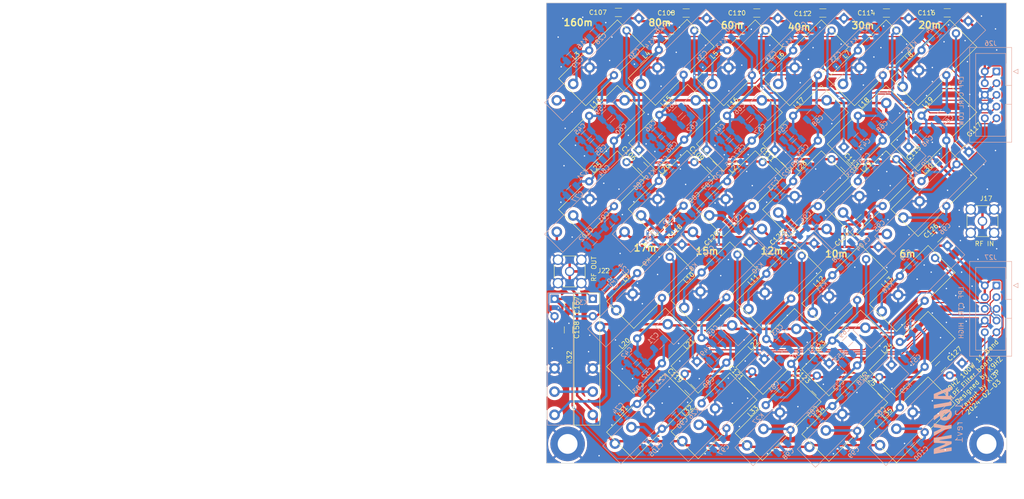
<source format=kicad_pcb>
(kicad_pcb (version 20240108) (generator "pcbnew") (generator_version "8.0")
  (layers (0 "F.Cu" signal) (1 "In1.Cu" signal) (2 "In2.Cu" signal) (31 "B.Cu" signal) (34 "B.Paste" user) (35 "F.Paste" user) (36 "B.SilkS" user "B.Silkscreen") (37 "F.SilkS" user "F.Silkscreen") (38 "B.Mask" user) (39 "F.Mask" user) (44 "Edge.Cuts" user))
  (net 0 "")
  (net 1 "GND")
  (net 2 "+12V")
  (net 3 "/RF27")
  (net 4 "/RF15")
  (net 5 "/RF7")
  (net 6 "/RF19")
  (net 7 "/RF2")
  (net 8 "/RF11")
  (net 9 "/RF23")
  (net 10 "/RF31")
  (net 11 "/RF35")
  (net 12 "/RF39")
  (net 13 "/RF43")
  (net 14 "/RF12")
  (net 15 "/RF40")
  (net 16 "/RF28")
  (net 17 "/RF16")
  (net 18 "/RF3")
  (net 19 "/RF8")
  (net 20 "/RF20")
  (net 21 "/RF24")
  (net 22 "/RF32")
  (net 23 "/RF36")
  (net 24 "/RF44")
  (net 25 "/RF17")
  (net 26 "/RF4")
  (net 27 "/RF9")
  (net 28 "/RF37")
  (net 29 "/RF25")
  (net 30 "/RF33")
  (net 31 "/RF13")
  (net 32 "/RF21")
  (net 33 "/RF41")
  (net 34 "/RF45")
  (net 35 "/RF29")
  (net 36 "/RF30")
  (net 37 "/RF5")
  (net 38 "/RF10")
  (net 39 "/RF14")
  (net 40 "/RF18")
  (net 41 "/RF22")
  (net 42 "/RF26")
  (net 43 "/RF34")
  (net 44 "/RF38")
  (net 45 "/RF42")
  (net 46 "/RF46")
  (net 47 "/RF1")
  (net 48 "/RF6")
  (net 49 "/RF47")
  (net 50 "/B160M")
  (net 51 "/B80M")
  (net 52 "/B60M")
  (net 53 "/B40M")
  (net 54 "/B30M")
  (net 55 "/B20M")
  (net 56 "/B17M")
  (net 57 "/B15M")
  (net 58 "/B12M")
  (net 59 "/B10M")
  (net 60 "/B6M")
  (net 61 "/BNF")
  (footprint "T41_Library:T68-6-toroid-vertical" (layer "F.Cu") (at 188.090393 129.72508 45)
    (property "Reference" "L31")
    (property "Value" "0.519uH")
  )
  (footprint "Capacitor_SMD:C_1206_3216Metric" (layer "F.Cu") (at 253.991271 121.626612 45)
    (property "Reference" "C127")
    (property "Value" "0.1uF 50V")
  )
  (footprint "Capacitor_SMD:C_1206_3216Metric" (layer "F.Cu") (at 204.362165 78.104906 -45)
    (property "Reference" "C109")
    (property "Value" "0.1uF 50V")
  )
  (footprint "Capacitor_SMD:C_1206_3216Metric" (layer "F.Cu") (at 212.589271 125.944612 -45)
    (property "Reference" "C121")
    (property "Value" "0.1uF 50V")
  )
  (footprint "Capacitor_SMD:C_1206_3216Metric" (layer "F.Cu") (at 207.763271 90.384612 45)
    (property "Reference" "C120")
    (property "Value" "0.1uF 50V")
  )
  (footprint "T41_Library:T68-6-toroid-vertical" (layer "F.Cu") (at 202.090755 115.361769 45)
    (property "Reference" "L21")
    (property "Value" "0.406uH")
  )
  (footprint "Capacitor_SMD:C_1206_3216Metric" (layer "F.Cu") (at 189.357 78.331923 -45)
    (property "Reference" "C106")
    (property "Value" "0.1uF 50V")
  )
  (footprint "MountingHole:MountingHole_4.3mm_M4_DIN965_Pad" (layer "F.Cu") (at 263.993909 138.402923)
    (property "Reference" "H6" (hide yes))
    (property "Value" "~" (hide yes))
  )
  (footprint "Capacitor_SMD:C_1206_3216Metric" (layer "F.Cu") (at 219.289909 78.331923 -45)
    (property "Reference" "C111")
    (property "Value" "0.1uF 50V")
  )
  (footprint "MountingHole:MountingHole_4.3mm_M4_DIN965_Pad" (layer "F.Cu") (at 172.993909 138.402923)
    (property "Reference" "H5" (hide yes))
    (property "Value" "~")
  )
  (footprint "T41_Library:T68-6-toroid-vertical" (layer "F.Cu") (at 245.170832 130.474769 45)
    (property "Reference" "L35")
    (property "Value" "0.188uH")
  )
  (footprint "Capacitor_SMD:C_1206_3216Metric" (layer "F.Cu") (at 258.221564 73.247633 45)
    (property "Reference" "C117")
    (property "Value" "0.1uF 50V")
  )
  (footprint "Capacitor_SMD:C_1206_3216Metric" (layer "F.Cu") (at 221.829909 90.650923 45)
    (property "Reference" "C122")
    (property "Value" "0.1uF 50V")
  )
  (footprint "Capacitor_SMD:C_1206_3216Metric" (layer "F.Cu") (at 233.435909 78.104906 -45)
    (property "Reference" "C113")
    (property "Value" "0.1uF 50V")
  )
  (footprint "T41_Library:T68-6-toroid-vertical" (layer "F.Cu") (at 230.496177 115.957475 45)
    (property "Reference" "L23")
    (property "Value" "0.305uH")
  )
  (footprint "T41_Library:T68-6-toroid-vertical" (layer "F.Cu") (at 221.983986 81.352846 45)
    (property "Reference" "L28")
    (property "Value" "1.34uH")
  )
  (footprint "Capacitor_SMD:C_1206_3216Metric" (layer "F.Cu") (at 199.577926 126.56494 -45)
    (property "Reference" "C119")
    (property "Value" "0.1uF 50V")
  )
  (footprint "T41_Library:T68-6-toroid-vertical" (layer "F.Cu") (at 207.632986 81.352846 45)
    (property "Reference" "L27")
    (property "Value" "1.76uH")
  )
  (footprint "Connector_Coaxial:SMA_Amphenol_901-144_Vertical" (layer "F.Cu") (at 173.442909 100.937923)
    (property "Reference" "J22")
    (property "Value" "RF interconnect")
  )
  (footprint "Capacitor_SMD:C_1206_3216Metric" (layer "F.Cu") (at 194.016909 90.523923 45)
    (property "Reference" "C118")
    (property "Value" "0.1uF 50V")
  )
  (footprint "T41_Library:T68-6-toroid-vertical" (layer "F.Cu") (at 177.673 81.379923 45)
    (property "Reference" "L25")
    (property "Value" "5.21uH")
  )
  (footprint "Capacitor_SMD:C_1206_3216Metric" (layer "F.Cu") (at 228.433909 44.803923 180)
    (property "Reference" "C112")
    (property "Value" "0.1uF 50V")
  )
  (footprint "T41_Library:T68-6-toroid-vertical" (layer "F.Cu") (at 207.620909 67.128846 45)
    (property "Reference" "L16")
    (property "Value" "1.60uH")
  )
  (footprint "Capacitor_SMD:C_1206_3216Metric" (layer "F.Cu") (at 248.35 77.45 45)
    (property "Reference" "C115")
    (property "Value" "0.1uF 50V")
  )
  (footprint "T41_Library:T68-6-toroid-vertical" (layer "F.Cu") (at 192.805259 52.832 45)
    (property "Reference" "L4")
    (property "Value" "2.68uH")
  )
  (footprint "Connector_Coaxial:SMA_Amphenol_901-144_Vertical" (layer "F.Cu") (at 263.104909 90.015923)
    (property "Reference" "J17")
    (property "Value" "RF interconnect")
  )
  (footprint "T41_Library:T68-6-toroid-vertical" (layer "F.Cu") (at 236.050624 52.931923 45)
    (property "Reference" "L7")
    (property "Value" "0.928uH")
  )
  (footprint "Capacitor_SMD:C_1206_3216Metric" (layer "F.Cu") (at 184.023 44.676923 180)
    (property "Reference" "C107")
    (property "Value" "0.1uF 50V")
  )
  (footprint "Capacitor_SMD:C_1206_3216Metric" (layer "F.Cu") (at 173.188909 113.637923 90)
    (property "Reference" "C158")
    (property "Value" "0.1uF 50V")
  )
  (footprint "T41_Library:T68-6-toroid-vertical" (layer "F.Cu") (at 177.673 52.931923 45)
    (property "Reference" "L3")
    (property "Value" "5.21uH")
  )
  (footprint "T41_Library:Relay_SPDT_HF41F12-ZS" (layer "F.Cu") (at 178.4604 106.8908 -90)
    (property "Reference" "K32")
    (property "Value" "HF41F/12-ZS")
  )
  (footprint "T41_Library:T68-6-toroid-vertical" (layer "F.Cu") (at 236.050624 67.128846 45)
    (property "Reference" "L18")
    (property "Value" "0.843uH")
  )
  (footprint "T41_Library:T68-6-toroid-vertical" (layer "F.Cu") (at 207.632986 52.931923 45)
    (property "Reference" "L5")
    (property "Value" "1.76uH")
  )
  (footprint "T41_Library:T68-6-toroid-vertical" (layer "F.Cu") (at 230.496177 101.760552 45)
    (property "Reference" "L12")
    (property "Value" "0.335uH")
  )
  (footprint "Capacitor_SMD:C_1206_3216Metric" (layer "F.Cu") (at 227.163909 126.718923 -45)
    (property "Reference" "C123")
    (property "Value" "0.1uF 50V")
  )
  (footprint "T41_Library:T68-6-toroid-vertical" (layer "F.Cu") (at 192.920182 66.929 45)
    (property "Reference" "L15")
    (property "Value" "2.43uH")
  )
  (footprint "T41_Library:T68-6-toroid-vertical" (layer "F.Cu") (at 202.102832 101.164846 45)
    (property "Reference" "L10")
    (property "Value" "0.447uH")
  )
  (footprint "Capacitor_SMD:C_1206_3216Metric" (layer "F.Cu") (at 214.082909 44.803923 180)
    (property "Reference" "C110")
    (property "Value" "0.1uF 50V")
  )
  (footprint "T41_Library:T68-6-toroid-vertical" (layer "F.Cu") (at 245.158755 116.250769 45)
    (property "Reference" "L24")
    (property "Value" "0.170uH")
  )
  (footprint "Capacitor_SMD:C_1206_3216Metric" (layer "F.Cu") (at 198.747182 44.803923 180)
    (property "Reference" "C108")
    (property "Value" "0.1uF 50V")
  )
  (footprint "T41_Library:T68-6-toroid-vertical" (layer "F.Cu") (at 188.10247 101.304157 45)
    (property "Reference" "L9")
    (property "Value" "0.519uH")
  )
  (footprint "T41_Library:T68-6-toroid-vertical" (layer "F.Cu") (at 177.673 67.148 45)
    (property "Reference" "L14")
    (property "Value" "4.73uH")
  )
  (footprint "T41_Library:T68-6-toroid-vertical" (layer "F.Cu") (at 230.496177 130.181475 45)
    (property "Reference" "L34")
    (property "Value" "0.335uH")
  )
  (footprint "Capacitor_SMD:C_1206_3216Metric" (layer "F.Cu") (at 173.188909 108.303923 -90)
    (property "Reference" "C157")
    (property "Value" "0.1uF 50V")
  )
  (footprint "Capacitor_SMD:C_1206_3216Metric" (layer "F.Cu") (at 255.454547 44.77265 180)
    (property "Reference" "C116")
    (property "Value" "0.1uF 50V")
  )
  (footprint "T41_Library:T68-6-toroid-vertical" (layer "F.Cu") (at 249.866547 52.90065 45)
    (property "Reference" "L8")
    (property "Value" "0.670uH")
  )
  (footprint "T41_Library:T68-6-toroid-vertical" (layer "F.Cu") (at 249.866547 81.321573 45)
    (property "Reference" "L30")
    (property "Value" "0.670uH")
  )
  (footprint "Capacitor_SMD:C_1206_3216Metric" (layer "F.Cu") (at 253.229271 93.432612 45)
    (property "Reference" "C126")
    (property "Value" "0.1uF 50V")
  )
  (footprint "Capacitor_SMD:C_1206_3216Metric" (layer "F.Cu") (at 236.930599 89.683335 45)
    (property "Reference" "C124")
    (property "Value" "0.1uF 50V")
  )
  (footprint "T41_Library:T68-6-toroid-vertical" (layer "F.Cu") (at 221.983986 52.931923 45)
    (property "Reference" "L6")
    (property "Value" "1.34uH")
  )
  (footprint "T41_Library:T68-6-toroid-vertical" (layer "F.Cu") (at 216.030393 129.97908 45)
    (property "Reference" "L33")
    (property "Value" "0.337uH")
  )
  (footprint "T41_Library:T68-6-toroid-vertical" (layer "F.Cu") (at 216.16947 101.431157 45)
    (property "Reference" "L11")
    (property "Value" "0.337uH")
  )
  (footprint "T41_Library:T68-6-toroid-vertical" (layer "F.Cu") (at 221.971909 67.128846 45)
    (property "Reference" "L17")
    (property "Value" "1.22uH")
  )
  (footprint "T41_Library:T68-6-toroid-vertical" (layer "F.Cu") (at 188.10247 115.50108 45)
    (property "Reference" "L20")
    (property "Value" "0.471uH")
  )
  (footprint "Capacitor_SMD:C_1206_3216Metric" (layer "F.Cu") (at 241.475616 127.302318 -45)
    (property "Reference" "C125")
    (property "Value" "0.1uF 50V")
  )
  (footprint "T41_Library:T68-6-toroid-vertical" (layer "F.Cu") (at 192.805259 81.28 45)
    (property "Reference" "L26")
    (property "Value" "2.68uH")
  )
  (footprint "T41_Library:T68-6-toroid-vertical" (layer "F.Cu") (at 249.866547 67.097573 45)
    (property "Reference" "L19")
    (property "Value" "0.608uH")
  )
  (footprint "T41_Library:T68-6-toroid-vertical" (layer "F.Cu") (at 236.038547 81.352846 45)
    (property "Reference" "L29")
    (property "Value" "0.928uH")
  )
  (footprint "T41_Library:T68-6-toroid-vertical" (layer "F.Cu") (at 202.105923 129.605923 45)
    (property "Reference" "L32")
    (property "Value" "0.447uH")
  )
  (footprint "Capacitor_SMD:C_1206_3216Metric" (layer "F.Cu") (at 242.246547 44.803923 180)
    (property "Reference" "C114")
    (property "Value" "0.1uF 50V")
  )
  (footprint "T41_Library:T68-6-toroid-vertical" (layer "F.Cu") (at 245.170832 101.926846 45)
    (property "Reference" "L13")
    (property "Value" "0.188uH")
  )
  (footprint "T41_Library:T68-6-toroid-vertical" (layer "F.Cu") (at 216.157393 115.62808 45)
    (property "Reference" "L22")
    (property "Value" "0.342uH")
  )
  (footprint "Capacitor_SMD:C_1206_3216Metric" (layer "B.Cu") (at 200.874909 87.221923 45)
    (property "Reference" "C89")
    (property "Value" "470pF 100V")
  )
  (footprint "Capacitor_SMD:C_1206_3216Metric" (layer "B.Cu") (at 178.943 49.121923 -135)
    (property "Reference" "C28")
    (property "Value" "150pF 100V")
  )
  (footprint "T41_Library:Relay_SPDT_HF41F12-ZS" (layer "B.Cu") (at 229.800547 120.889234 -135)
    (property "Reference" "K27")
    (property "Value" "HF41F/12-ZS")
  )
  (footprint "Capacitor_SMD:C_1206_3216Metric" (layer "B.Cu") (at 227.475254 118.678629 45)
    (property "Reference" "C41")
    (property "Value" "82pF 100V")
  )
  (footprint "Capacitor_SMD:C_1206_3216Metric" (layer "B.Cu") (at 185.223547 131.938234 45)
    (property "Reference" "C74")
    (property "Value" "100pF 100V")
  )
  (footprint "T41_Library:Relay_SPDT_HF41F12-ZS" (layer "B.Cu") (at 215.733909 119.987923 -135)
    (property "Reference" "K26")
    (property "Value" "HF41F/12-ZS")
  )
  (footprint "Capacitor_SMD:C_1206_3216Metric" (layer "B.Cu") (at 218.821 98.171 -135)
    (property "Reference" "C37")
    (property "Value" "120pF 100V")
  )
  (footprint "Capacitor_SMD:C_1206_3216Metric" (layer "B.Cu") (at 205.573909 138.402923 45)
    (property "Reference" "C97")
    (property "Value" "150pF 100V")
  )
  (footprint "T41_Library:Relay_SPDT_HF41F12-ZS" (layer "B.Cu") (at 243.350254 121.218629 -135)
    (property "Reference" "K28")
    (property "Value" "HF41F/12-ZS")
  )
  (footprint "Capacitor_SMD:C_1206_3216Metric" (layer "B.Cu") (at 209.129909 73.251923 45)
    (property "Reference" "C57")
    (property "Value" "56pF 100V")
  )
  (footprint "Capacitor_SMD:C_1206_3216Metric" (layer "B.Cu") (at 220.940909 71.346923 45)
    (property "Reference" "C54")
    (property "Value" "330pF 100V")
  )
  (footprint "Capacitor_SMD:C_1206_3216Metric" (layer "B.Cu") (at 219.640547 139.304234 45)
    (property "Reference" "C98")
    (property "Value" "120pF 100V")
  )
  (footprint "Capacitor_SMD:C_1206_3216Metric" (layer "B.Cu") (at 190.303547 126.858234 -135)
    (property "Reference" "C83")
    (property "Value" "150pF 100V")
  )
  (footprint "Capacitor_SMD:C_1206_3216Metric" (layer "B.Cu") (at 213.574909 68.806923 -135)
    (property "Reference" "C67")
    (property "Value" "60pF 100V")
  )
  (footprint "T41_Library:Relay_SPDT_HF41F12-ZS" (layer "B.Cu") (at 247.072547 45.946923 -135)
    (property "Reference" "K17")
    (property "Value" "HF41F/12-ZS")
  )
  (footprint "T41_Library:Relay_SPDT_HF41F12-ZS" (layer "B.Cu") (at 188.468 45.946923 -135)
    (property "Reference" "K16")
    (property "Value" "HF41F/12-ZS")
  )
  (footprint "Capacitor_SMD:C_1206_3216Metric" (layer "B.Cu") (at 198.747182 68.171923 -135)
    (property "Reference" "C62")
    (property "Value" "47pF 100V")
  )
  (footprint "T41_Library:Relay_SPDT_HF41F12-ZS" (layer "B.Cu") (at 260.159411 74.992786 -135)
    (property "Reference" "K24")
    (property "Value" "HF41F/12-ZS")
  )
  (footprint "Capacitor_SMD:C_1206_3216Metric" (layer "B.Cu") (at 181.483 104.7242 -45)
    (property "Reference" "C35")
    (property "Value" "82pF 100V")
  )
  (footprint "Connector_IDC:IDC-Header_2x05_P2.54mm_Vertical" (layer "B.Cu") (at 266.152909 103.985923 180)
    (property "Reference" "J27")
    (property "Value" "LPF CTRL HI")
  )
  (footprint "Capacitor_SMD:C_1206_3216Metric" (layer "B.Cu") (at 178.943 73.251923 45)
    (property "Reference" "C55")
    (property "Value" "330pF 100V")
  )
  (footprint "Capacitor_SMD:C_1206_3216Metric" (layer "B.Cu") (at 227.475254 132.648629 45)
    (property "Reference" "C85")
    (property "Value" "82pF 100V")
  )
  (footprint "Capacitor_SMD:C_1206_3216Metric" (layer "B.Cu") (at 236.277547 71.981923 45)
    (property "Reference" "C47")
    (property "Value" "470pF 100V")
  )
  (footprint "Capacitor_SMD:C_1206_3216Metric" (layer "B.Cu") (at 182.118 90.396923 -135)
    (property "Reference" "C91")
    (property "Value" "1500pF 100V")
  )
  (footprint "Capacitor_SMD:C_1206_3216Metric" (layer "B.Cu") (at 204.938909 126.337923 -135)
    (property "Reference" "C80")
    (property "Value" "220pF 100V")
  )
  (footprint "Capacitor_SMD:C_1206_3216Metric" (layer "B.Cu") (at 204.684909 83.411923 45)
    (property "Reference" "C87")
    (property "Value" "330pF 100V")
  )
  (footprint "T41_Library:Relay_SPDT_HF41F12-ZS" (layer "B.Cu") (at 233.005909 73.886923 -135)
    (property "Reference" "K22")
    (property "Value" "HF41F/12-ZS")
  )
  (footprint "Capacitor_SMD:C_1206_3216Metric" (layer "B.Cu") (at 222.845909 73.251923 45)
    (property "Reference" "C43")
    (property "Value" "330pF 100V")
  )
  (footprint "T41_Library:Relay_SPDT_HF41F12-ZS" (layer "B.Cu") (at 258.659909 120.853468 -135)
    (property "Reference" "K29")
    (property "Value" "HF41F/12-ZS")
  )
  (footprint "Capacitor_SMD:C_1206_3216Metric" (layer "B.Cu") (at 219.035909 83.411923 45)
    (property "Reference" "C73")
    (property "Value" "330pF 100V")
  )
  (footprint "Capacitor_SMD:C_1206_3216Metric" (layer "B.Cu") (at 192.843547 116.698234 -135)
    (property "Reference" "C71")
    (property "Value" "39pF 100V")
  )
  (footprint "Capacitor_SMD:C_1206_3216Metric" (layer "B.Cu") (at 233.825254 119.948629 45)
    (property "Reference" "C53")
    (property "Value" "82pF 100V")
  )
  (footprint "Capacitor_SMD:C_1206_3216Metric" (layer "B.Cu") (at 183.388 68.806923 -135)
    (property "Reference" "C60")
    (property "Value" "47pF 100V")
  )
  (footprint "T41_Library:Relay_SPDT_HF41F12-ZS" (layer "B.Cu") (at 188.468 74.521923 -135)
    (property "Reference" "K21")
    (property "Value" "HF41F/12-ZS")
  )
  (footprint "Capacitor_SMD:C_1206_3216Metric" (layer "B.Cu") (at 188.587182 54.836923 45)
    (property "Reference" "C30")
    (property "Value" "470pF 100V")
  )
  (footprint "Capacitor_SMD:C_1206_3216Metric" (layer "B.Cu") (at 247.229909 118.844923 45)
    (property "Reference" "C51")
    (property "Value" "91pF 100V")
  )
  (footprint "Connector_IDC:IDC-Header_2x05_P2.54mm_Vertical" (layer "B.Cu") (at 266.152909 57.503923 180)
    (property "Reference" "J26")
    (property "Value" "LPF CTRL LOW")
  )
  (footprint "Capacitor_SMD:C_1206_3216Metric" (layer "B.Cu") (at 233.190254 126.933629 -135)
    (property "Reference" "C72")
    (property "Value" "82pF 100V")
  )
  (footprint "Capacitor_SMD:C_1206_3216Metric" (layer "B.Cu") (at 178.308 94.206923 45)
    (property "Reference" "C102")
    (property "Value" "150pF 100V")
  )
  (footprint "Capacitor_SMD:C_1206_3216Metric" (layer "B.Cu") (at 254.311547 66.87065 45)
    (property "Reference" "C64")
    (property "Value" "47pF 100V")
  )
  (footprint "T41_Library:Relay_SPDT_HF41F12-ZS" (layer "B.Cu") (at 226.528909 94.841923 -135)
    (property "Reference" "K10")
    (property "Value" "HF41F/12-ZS")
  )
  (footprint "Capacitor_SMD:C_1206_3216Metric" (layer "B.Cu") (at 205.477271 115.530612 -135)
    (property "Reference" "C65")
    (property "Value" "33pF 100V")
  )
  (footprint "Capacitor_SMD:C_0805_2012Metric" (layer "B.Cu") (at 248.499909 113.764923 -135)
    (property "Reference" "C70")
    (property "Value" "14pF 100V")
  )
  (footprint "Capacitor_SMD:C_1206_3216Metric" (layer "B.Cu") (at 232.467547 55.471923 45)
    (property "Reference" "C33")
    (property "Value" "150pF 100V")
  )
  (footprint "Capacitor_SMD:C_1206_3216Metric" (layer "B.Cu") (at 205.0542 97.8154 -135)
    (property "Reference" "C36")
    (property "Value" "150pF 100V")
  )
  (footprint "T41_Library:Relay_SPDT_HF41F12-ZS" (layer "B.Cu") (at 218.019909 74.521923 -135)
    (property "Reference" "K20")
    (property "Value" "HF41F/12-ZS")
  )
  (footprint "Capacitor_SMD:C_1206_3216Metric" (layer "B.Cu") (at 173.863 54.201923 45)
    (property "Reference" "C29")
    (property "Value" "1500pF 100V")
  )
  (footprint "Capacitor_SMD:C_1206_3216Metric" (layer "B.Cu") (at 220.275547 118.984234 45)
    (property "Reference" "C50")
    (property "Value" "180pF 100V")
  )
  (footprint "Capacitor_SMD:C_1206_3216Metric" (layer "B.Cu") (at 249.866547 71.31565 45)
    (property "Reference" "C48")
    (property "Value" "330pF 100V")
  )
  (footprint "T41_Library:Relay_SPDT_HF41F12-ZS" (layer "B.Cu") (at 170.1546 106.8908 -90)
    (property "Reference" "K33")
    (property "Value" "HF41F/12-ZS")
  )
  (footprint "Capacitor_SMD:C_1206_3216Metric" (layer "B.Cu") (at 209.764909 78.331923 -135)
    (property "Reference" "C75")
    (property "Value" "56pF 100V")
  )
  (footprint "Capacitor_SMD:C_1206_3216Metric" (layer "B.Cu") (at 209.764909 49.121923 -135)
    (property "Reference" "C40")
    (property "Value" "470pF 100V")
  )
  (footprint "Capacitor_SMD:C_1206_3216Metric" (layer "B.Cu") (at 226.020909 66.901923 45)
    (property "Reference" "C58")
    (property "Value" "100pF 100V")
  )
  (footprint "Capacitor_SMD:C_1206_3216Metric" (layer "B.Cu") (at 196.653547 132.573234 -135)
    (property "Reference" "C90")
    (property "Value" "82pF 100V")
  )
  (footprint "Capacitor_SMD:C_1206_3216Metric" (layer "B.Cu") (at 218.400909 55.471923 45)
    (property "Reference" "C32")
    (property "Value" "100pF 100V")
  )
  (footprint "T41_Library:Relay_SPDT_HF41F12-ZS" (layer "B.Cu") (at 240.498909 95.603923 -135)
    (property "Reference" "K11")
    (property "Value" "HF41F/12-ZS")
  )
  (footprint "Capacitor_SMD:C_1206_3216Metric" (layer "B.Cu") (at 238.817547 49.121923 -135)
    (property "Reference" "C27")
    (property "Value" "150pF 100V")
  )
  (footprint "Capacitor_SMD:C_1206_3216Metric" (layer "B.Cu") (at 207.224909 71.346923 45)
    (property "Reference" "C44")
    (property "Value" "330pF 100V")
  )
  (footprint "Capacitor_SMD:C_1206_3216Metric" (layer "B.Cu") (at 194.302182 72.616923 45)
    (property "Reference" "C56")
    (property "Value" "100pF 100V")
  )
  (footprint "Capacitor_SMD:C_1206_3216Metric" (layer "B.Cu") (at 224.750909 49.121923 -135)
    (property "Reference" "C25")
    (property "Value" "330pF 100V")
  )
  (footprint "Capacitor_SMD:C_1206_3216Metric" (layer "B.Cu") (at 253.676547 90.36565 45)
    (property "Reference" "C96")
    (property "Value" "220pF 100V")
  )
  (footprint "Capacitor_SMD:C_1206_3216Metric" (layer "B.Cu") (at 211.669909 66.901923 -135)
    (property "Reference" "C66")
    (property "Value" "68pF 100V")
  )
  (footprint "Capacitor_SMD:C_1206_3216Metric" (layer "B.Cu") (at 219.232564 116.217217 -135)
    (property "Reference" "C63")
    (property "Value" "27pF 100V")
  )
  (footprint "Capacitor_SMD:C_1206_3216Metric" (layer "B.Cu") (at 181.483 66.901923 -135)
    (property "Reference" "C59")
    (property "Value" "330pF 100V")
  )
  (footprint "Capacitor_SMD:C_1206_3216Metric" (layer "B.Cu") (at 239.452547 89.761923 -135)
    (property "Reference" "C95")
    (property "Value" "150pF 100V")
  )
  (footprint "T41_Library:Relay_SPDT_HF41F12-ZS" (layer "B.Cu") (at 203.192182 45.946923 -135)
    (property "Reference" "K14")
    (property "Value" "HF41F/12-ZS")
  )
  (footprint "Capacitor_SMD:C_1206_3216Metric" (layer "B.Cu") (at 179.578 77.696923 -135)
    (property "Reference" "C84")
    (property "Value" "2200pF 100V")
  )
  (footprint "Capacitor_SMD:C_1206_3216Metric" (layer "B.Cu") (at 242.149909 132.814923 45)
    (property "Reference" "C82")
    (property "Value" "91pF 100V")
  )
  (footprint "T41_Library:Relay_SPDT_HF41F12-ZS" (layer "B.Cu") (at 218.654909 45.946923 -135)
    (property "Reference" "K13")
    (property "Value" "HF41F/12-ZS")
  )
  (footprint "Capacitor_SMD:C_1206_3216Metric" (layer "B.Cu") (at 190.938547 138.288234 45)
    (property "Reference" "C105")
    (property "Value" "82pF 100V")
  )
  (footprint "Capacitor_SMD:C_1206_3216Metric" (layer "B.Cu") (at 222.210909 94.206923 45)
    (property "Reference" "C103")
    (property "Value" "330pF 100V")
  )
  (footprint "Capacitor_SMD:C_1206_3216Metric" (layer "B.Cu") (at 233.825254 138.998629 45)
    (property "Reference" "C99")
    (property "Value" "100pF 100V")
  )
  (footprint "Capacitor_SMD:C_1206_3216Metric" (layer "B.Cu") (at 189.857182 83.411923 45)
    (property "Reference" "C86")
    (property "Value" "1200pF 100V")
  )
  (footprint "T41_Library:Relay_SPDT_HF41F12-ZS" (layer "B.Cu") (at 247.072547 73.886923 -135)
    (property "Reference" "K23")
    (property "Value" "HF41F/12-ZS")
  )
  (footprint "Capacitor_SMD:C_1206_3216Metric" (layer "B.Cu") (at 189.033547 121.778234 45)
    (property "Reference" "C52")
    (property "Value" "100pF 100V")
  )
  (footprint "Capacitor_SMD:C_1206_3216Metric" (layer "B.Cu") (at 184.404 102.108 -45)
    (property "Reference" "C24")
    (property "Value" "82pF 100V")
  )
  (footprint "T41_Library:Relay_SPDT_HF41F12-ZS" (layer "B.Cu") (at 255.484909 95.349923 -135)
    (property "Reference" "K18")
    (property "Value" "HF41F/12-ZS")
  )
  (footprint "Capacitor_SMD:C_1206_3216Metric" (layer "B.Cu") (at 233.825254 116.138629 -135)
    (property "Reference" "C69")
    (property "Value" "27pF 100V")
  )
  (footprint "T41_Library:Relay_SPDT_HF41F12-ZS" (layer "B.Cu") (at 260.026547 46.55065 -135)
    (property "Reference" "K15")
    (property "Value" "HF41F/12-ZS")
  )
  (footprint "Capacitor_SMD:C_1206_3216Metric" (layer "B.Cu") (at 240.087547 68.171923 45)
    (property "Reference" "C68")
    (property "Value" "68pF 100V")
  )
  (footprint "Capacitor_SMD:C_1206_3216Metric" (layer "B.Cu") (at 187.128547 119.873234 45)
    (property "Reference" "C42")
    (property "Value" "150pF 100V")
  )
  (footprint "Capacitor_SMD:C_1206_3216Metric" (layer "B.Cu") (at 196.842182 66.266923 -135)
    (property "Reference" "C61")
    (property "Value" "150pF 100V")
  )
  (footprint "Capacitor_SMD:C_1206_3216Metric" (layer "B.Cu") (at 238.817547 77.696923 -135)
    (property "Reference" "C78")
    (property "Value" "470pF 100V")
  )
  (footprint "Capacitor_SMD:C_1206_3216Metric" (layer "B.Cu") (at 226.020909 90.396923 -135)
    (property "Reference" "C94")
    (property "Value" "100pF 100V")
  )
  (footprint "Capacitor_SMD:C_1206_3216Metric" (layer "B.Cu") (at 194.302182 49.121923 -135)
    (property "Reference" "C26")
    (property "Value" "390pF 100V")
  )
  (footprint "Capacitor_SMD:C_1206_3216Metric" (layer "B.Cu") (at 192.397182 70.711923 45)
    (property "Reference" "C46")
    (property "Value" "1200pF 100V")
  )
  (footprint "Capacitor_SMD:C_1206_3216Metric" (layer "B.Cu") (at 219.005547 127.239234 -135)
    (property "Reference" "C81")
    (property "Value" "180pF 100V")
  )
  (footprint "Capacitor_SMD:C_1206_3216Metric" (layer "B.Cu") (at 211.034909 91.031923 -135)
    (property "Reference" "C93")
    (property "Value" "560pF 100V")
  )
  (footprint "Capacitor_SMD:C_1206_3216Metric" (layer "B.Cu") (at 233.172 98.8314 -135)
    (property "Reference" "C38")
    (property "Value" "100pF 100V")
  )
  (footprint "Capacitor_SMD:C_1206_3216Metric" (layer "B.Cu") (at 173.863 83.411923 45)
    (property "Reference" "C77")
    (property "Value" "330pF 100V")
  )
  (footprint "Capacitor_SMD:C_1206_3216Metric" (layer "B.Cu") (at 252.406547 78.30065 -135)
    (property "Reference" "C79")
    (property "Value" "330pF 100V")
  )
  (footprint "Capacitor_SMD:C_1206_3216Metric" (layer "B.Cu") (at 194.937182 78.331923 -135)
    (property "Reference" "C76")
    (property "Value" "100pF 100V")
  )
  (footprint "T41_Library:Relay_SPDT_HF41F12-ZS" (layer "B.Cu") (at 203.192182 74.521923 -135)
    (property "Reference" "K19")
    (property "Value" "HF41F/12-ZS")
  )
  (footprint "Capacitor_SMD:C_1206_3216Metric" (layer "B.Cu") (at 177.038 71.346923 45)
    (property "Reference" "C45")
    (property "Value" "2200pF 100V")
  )
  (footprint "Capacitor_SMD:C_1206_3216Metric" (layer "B.Cu") (at 248.499909 139.164923 45)
    (property "Reference" "C100")
    (property "Value" "60pF 100V")
  )
  (footprint "Library:silkscreen_logo_15mm" (layer "B.Cu") (at 254.421909 133.220923 -90)
    (property "Reference" "G***" (hide yes))
    (property "Value" "LOGO" (hide yes))
  )
  (footprint "Capacitor_SMD:C_1206_3216Metric" (layer "B.Cu") (at 235.642547 93.571923 45)
    (property "Reference" "C104")
    (property "Value" "150pF 100V")
  )
  (footprint "T41_Library:Relay_SPDT_HF41F12-ZS" (layer "B.Cu") (at 201.098547 120.508234 -135)
    (property "Reference" "K25")
    (property "Value" "HF41F/12-ZS")
  )
  (footprint "Capacitor_SMD:C_1206_3216Metric" (layer "B.Cu") (at 196.207182 91.031923 -135)
    (property "Reference" "C92")
    (property "Value" "470pF 100V")
  )
  (footprint "Capacitor_SMD:C_1206_3216Metric" (layer "B.Cu") (at 253.041547 49.09065 -135)
    (property "Reference" "C34")
    (property "Value" "220pF 100V")
  )
  (footprint "T41_Library:Relay_SPDT_HF41F12-ZS" (layer "B.Cu") (at 212.558909 94.587923 -135)
    (property "Reference" "K8")
    (property "Value" "HF41F/12-ZS")
  )
  (footprint "Capacitor_SMD:C_1206_3216Metric" (layer "B.Cu") (at 204.938909 119.352923 45)
    (property "Reference" "C49")
    (property "Value" "220pF 100V")
  )
  (footprint "T41_Library:Relay_SPDT_HF41F12-ZS" (layer "B.Cu") (at 197.826909 95.095923 -135)
    (property "Reference" "K9")
    (property "Value" "HF41F/12-ZS")
  )
  (footprint "Capacitor_SMD:C_1206_3216Metric" (layer "B.Cu") (at 224.115909 78.331923 -135)
    (property "Reference" "C88")
    (property "Value" "330pF 100V")
  )
  (footprint "Capacitor_SMD:C_1206_3216Metric" (layer "B.Cu") (at 203.414909 55.471923 45)
    (property "Reference" "C31")
    (property "Value" "560pF 100V")
  )
  (footprint "Capacitor_SMD:C_1206_3216Metric" (layer "B.Cu") (at 247.9548 98.6028 -135)
    (property "Reference" "C39")
    (property "Value" "60pF 100V")
  )
  (footprint "T41_Library:Relay_SPDT_HF41F12-ZS" (layer "B.Cu") (at 233.005909 45.946923 -135)
    (property "Reference" "K12")
    (property "Value" "HF41F/12-ZS")
  )
  (footprint "Capacitor_SMD:C_1206_3216Metric" (layer "B.Cu") (at 192.397182 94.841923 45)
    (property "Reference" "C101")
    (property "Value" "390pF 100V")
  )
  (gr_rect (start 168.383909 42.606923) (end 268.383909 142.606923) (stroke (width 0.1)) (fill none) (layer "Edge.Cuts"))
  (gr_text "LPF CTRL LOW" (at 259.08 58.42 90) (layer "B.SilkS") (effects (font (size 1 1)) (justify left bottom mirror)))
  (gr_text "LPF CTRL HIGH" (at 259.08 104.14 90) (layer "B.SilkS") (effects (font (size 1 1)) (justify left bottom mirror)))
  (gr_text "v12 rev1" (at 258.921909 128.220923 90) (layer "B.SilkS") (effects (font (size 1.5 1.5)) (justify left bottom mirror)))
  (gr_text "K9HZ 100W 11 Band \nLPF Filter board\nDesigned by K9HZ\nLayout by KI3P\n2024-02-03" (at 260.05 132.25 45) (layer "F.SilkS") (effects (font (size 1 1)) (justify left bottom)))
  (gr_text "30m" (at 234.5 48.4 0) (layer "F.SilkS") (effects (font (size 1.5 1.5) (thickness 0.3) (bold yes)) (justify left bottom)))
  (gr_text "6m" (at 244.9 98 0) (layer "F.SilkS") (effects (font (size 1.5 1.5) (thickness 0.3) (bold yes)) (justify left bottom)))
  (gr_text "RF OUT" (at 179.284909 103.223923 90) (layer "F.SilkS") (effects (font (size 1 1)) (justify left bottom)))
  (gr_text "40m" (at 220.65 48.75 0) (layer "F.SilkS") (effects (font (size 1.5 1.5) (thickness 0.3) (bold yes)) (justify left bottom)))
  (gr_text "10m" (at 228.75 98 0) (layer "F.SilkS") (effects (font (size 1.5 1.5) (thickness 0.3) (bold yes)) (justify left bottom)))
  (gr_text "160m" (at 171.958 47.752 0) (layer "F.SilkS") (effects (font (size 1.5 1.5) (thickness 0.3) (bold yes)) (justify left bottom)))
  (gr_text "60m" (at 206.108986 48.359923 0) (layer "F.SilkS") (effects (font (size 1.5 1.5) (thickness 0.3) (bold yes)) (justify left bottom)))
  (gr_text "12m" (at 214.75 97.35 0) (layer "F.SilkS") (effects (font (size 1.5 1.5) (thickness 0.3) (bold yes)) (justify left bottom)))
  (gr_text "80m" (at 190.388063 47.779077 0) (layer "F.SilkS") (effects (font (size 1.5 1.5) (thickness 0.3) (bold yes)) (justify left bottom)))
  (gr_text "15m" (at 200.65 97.4 0) (layer "F.SilkS") (effects (font (size 1.5 1.5) (thickness 0.3) (bold yes)) (justify left bottom)))
  (gr_text "RF IN" (at 261.366 95.504 0) (layer "F.SilkS") (effects (font (size 1 1)) (justify left bottom)))
  (gr_text "17m" (at 187.2 96.7 0) (layer "F.SilkS") (effects (font (size 1.5 1.5) (thickness 0.3) (bold yes)) (justify left bottom)))
  (gr_text "20m" (at 249 48.3 0) (layer "F.SilkS") (effects (font (size 1.5 1.5) (thickness 0.3) (bold yes)) (justify left bottom)))
  (segment (start 173.188909 109.778923) (end 173.188909 112.162923) (width 0.25) (layer "F.Cu") (net 1))
  (via (at 240.538 83.312) (size 0.5) (drill 0.3) (layers "F.Cu" "B.Cu") (net 1))
  (via (at 210.82 56.134) (size 0.5) (drill 0.3) (layers "F.Cu" "B.Cu") (net 1))
  (via (at 253.492 131.826) (size 0.5) (drill 0.3) (layers "F.Cu" "B.Cu") (net 1))
  (via (at 241.3762 75.5396) (size 0.5) (drill 0.3) (layers "F.Cu" "B.Cu") (net 1))
  (via (at 216.4334 54.7624) (size 0.5) (drill 0.3) (layers "F.Cu" "B.Cu") (net 1))
  (via (at 229.0572 88.773) (size 0.5) (drill 0.3) (layers "F.Cu" "B.Cu") (net 1))
  (via (at 202.8698 140.5382) (size 0.5) (drill 0.3) (layers "F.Cu" "B.Cu") (net 1))
  (via (at 240.792 117.094) (size 0.5) (drill 0.3) (layers "F.Cu" "B.Cu") (net 1))
  (via (at 184.15 125.73) (size 0.5) (drill 0.3) (layers "F.Cu" "B.Cu") (net 1))
  (via (at 252.222 72.898) (size 0.5) (drill 0.3) (layers "F.Cu" "B.Cu") (net 1))
  (via (at 232.2322 80.6704) (size 0.5) (drill 0.3) (layers "F.Cu" "B.Cu") (net 1))
  (via (at 235.3818 100.0252) (size 0.5) (drill 0.3) (layers "F.Cu" "B.Cu") (net 1))
  (via (at 255.016 139.7) (size 0.5) (drill 0.3) (layers "F.Cu" "B.Cu") (net 1))
  (via (at 192.8622 97.8154) (size 0.5) (drill 0.3) (layers "F.Cu" "B.Cu") (net 1))
  (via (at 228.092 114.554) (size 0.5) (drill 0.3) (layers "F.Cu" "B.Cu") (net 1))
  (via (at 260.604 80.01) (size 0.5) (drill 0.3) (layers "F.Cu" "B.Cu") (net 1))
  (via (at 213.106 82.296) (size 0.5) (drill 0.3) (layers "F.Cu" "B.Cu") (net 1))
  (via (at 197.485 78.6892) (size 0.5) (drill 0.3) (layers "F.Cu" "B.Cu") (net 1))
  (via (at 258.572 126.746) (size 0.5) (drill 0.3) (layers "F.Cu" "B.Cu") (net 1))
  (via (at 243.078 82.296) (size 0.5) (drill 0.3) (layers "F.Cu" "B.Cu") (net 1))
  (via (at 264.16 83.058) (size 0.5) (drill 0.3) (layers "F.Cu" "B.Cu") (net 1))
  (via (at 241.046 52.324) (size 0.5) (drill 0.3) (layers "F.Cu" "B.Cu") (net 1))
  (via (at 197.5358 75.6412) (size 0.5) (drill 0.3) (layers "F.Cu" "B.Cu") (net 1))
  (via (at 193.294 60.706) (size 0.5) (drill 0.3) (layers "F.Cu" "B.Cu") (net 1))
  (via (at 259.588 111.76) (size 0.5) (drill 0.3) (layers "F.Cu" "B.Cu") (net 1))
  (via (at 223.012 130.302) (size 0.5) (drill 0.3) (layers "F.Cu" "B.Cu") (net 1))
  (via (at 251.968 101.092) (size 0.5) (drill 0.3) (layers "F.Cu" "B.Cu") (net 1))
  (via (at 189.23 107.95) (size 0.5) (drill 0.3) (layers "F.Cu" "B.Cu") (net 1))
  (via (at 208.026 61.722) (size 0.5) (drill 0.3) (layers "F.Cu" "B.Cu") (net 1))
  (via (at 243.4336 126.3396) (size 0.5) (drill 0.3) (layers "F.Cu" "B.Cu") (net 1))
  (via (at 262.128 98.298) (size 0.5) (drill 0.3) (layers "F.Cu" "B.Cu") (net 1))
  (via (at 206.248 101.854) (size 0.5) (drill 0.3) (layers "F.Cu" "B.Cu") (net 1))
  (via (at 245.618 53.34) (size 0.5) (drill 0.3) (layers "F.Cu" "B.Cu") (net 1))
  (via (at 254.762 51.054) (size 0.5) (drill 0.3) (layers "F.Cu" "B.Cu") (net 1))
  (via (at 184.8866 88.5952) (size 0.5) (drill 0.3) (layers "F.Cu" "B.Cu") (net 1))
  (via (at 211.8868 79.2226) (size 0.5) (drill 0.3) (layers "F.Cu" "B.Cu") (net 1))
  (via (at 254 115.316) (size 0.5) (drill 0.3) (layers "F.Cu" "B.Cu") (net 1))
  (via (at 174.7012 73.533) (size 0.5) (drill 0.3) (layers "F.Cu" "B.Cu") (net 1))
  (via (at 246.1768 138.303) (size 0.5) (drill 0.3) (layers "F.Cu" "B.Cu") (net 1))
  (via (at 177.546 118.364) (size 0.5) (drill 0.3) (layers "F.Cu" "B.Cu") (net 1))
  (via (at 201.422 109.22) (size 0.5) (drill 0.3) (layers "F.Cu" "B.Cu") (net 1))
  (via (at 253.7714 75.3618) (size 0.5) (drill 0.3) (layers "F.Cu" "B.Cu") (net 1))
  (via (at 231.14 109.982) (size 0.5) (drill 0.3) (layers "F.Cu" "B.Cu") (net 1))
  (via (at 212.9028 48.3362) (size 0.5) (drill 0.3) (layers "F.Cu" "B.Cu") (net 1))
  (via (at 173.99 93.472) (size 0.5) (drill 0.3) (layers "F.Cu" "B.Cu") (net 1))
  (via (at 242.57 89.6874) (size 0.5) (drill 0.3) (layers "F.Cu" "B.Cu") (net 1))
  (via (at 187.3758 85.8012) (size 0.5) (drill 0.3) (layers "F.Cu" "B.Cu") (net 1))
  (via (at 260.35 62.484) (size 0.5) (drill 0.3) (layers "F.Cu" "B.Cu") (net 1))
  (via (at 227.7872 47.9298) (size 0.5) (drill 0.3) (layers "F.Cu" "B.Cu") (net 1))
  (via (at 191.9478 74.8792) (size 0.5) (drill 0.3) (layers "F.Cu" "B.Cu") (net 1))
  (via (at 250.952 62.738) (size 0.5) (drill 0.3) (layers "F.Cu" "B.Cu") (net 1))
  (via (at 266.192 96.012) (size 0.5) (drill 0.3) (layers "F.Cu" "B.Cu") (net 1))
  (via (at 173.2788 112.2172) (size 0.5) (drill 0.3) (layers "F.Cu" "B.Cu") (net 1))
  (via (at 170.9928 108.8898) (size 0.5) (drill 0.3) (layers "F.Cu" "B.Cu") (net 1))
  (via (at 187.5028 55.9054) (size 0.5) (drill 0.3) (layers "F.Cu" "B.Cu") (net 1))
  (via (at 259.08 108.712) (size 0.5) (drill 0.3) (layers "F.Cu" "B.Cu") (net 1))
  (via (at 206.248 110.49) (size 0.5) (drill 0.3) (layers "F.Cu" "B.Cu") (net 1))
  (via (at 211.582 120.396) (size 0.5) (drill 0.3) (layers "F.Cu" "B.Cu") (net 1))
  (via (at 216.408 140.5128) (size 0.5) (drill 0.3) (layers "F.Cu" "B.Cu") (net 1))
  (via (at 170.942 50.038) (size 0.5) (drill 0.3) (layers "F.Cu" "B.Cu") (net 1))
  (via (at 192.532 101.6) (size 0.5) (drill 0.3) (layers "F.Cu" "B.Cu") (net 1))
  (via (at 176.657 75.8444) (size 0.5) (drill 0.3) (layers "F.Cu" "B.Cu") (net 1))
  (via (at 172.212 77.978) (size 0.5) (drill 0.3) (layers "F.Cu" "B.Cu") (net 1))
  (via (at 169.672 117.602) (size 0.5) (drill 0.3) (layers "F.Cu" "B.Cu") (net 1))
  (via (at 187.0964 124.206) (size 0.5) (drill 0.3) (layers "F.Cu" "B.Cu") (net 1))
  (via (at 239.6998 135.0772) (size 0.5) (drill 0.3) (layers "F.Cu" "B.Cu") (net 1))
  (via (at 247.5992 121.3104) (size 0.5) (drill 0.3) (layers "F.Cu" "B.Cu") (net 1))
  (via (at 184.15 83.058) (size 0.5) (drill 0.3) (layers "F.Cu" "B.Cu") (net 1))
  (via (at 198.882 100.33) (size 0.5) (drill 0.3) (layers "F.Cu" "B.Cu") (net 1))
  (via (at 176.276 45.72) (size 0.5) (drill 0.3) (layers "F.Cu" "B.Cu") (net 1))
  (via (at 220.726 110.49) (size 0.5) (drill 0.3) (layers "F.Cu" "B.Cu") (net 1))
  (via (at 205.0034 73.533) (size 0.5) (drill 0.3) (layers "F.Cu" "B.Cu") (net 1))
  (via (at 247.4214 76.2762) (size 0.5) (drill 0.3) (layers "F.Cu" "B.Cu") (net 1))
  (via (at 180.848 81.788) (size 0.5) (drill 0.3) (layers "F.Cu" "B.Cu") (net 1))
  (via (at 261.874 132.588) (size 0.5) (drill 0.3) (layers "F.Cu" "B.Cu") (net 1))
  (via (at 259.842 55.372) (size 0.5) (drill 0.3) (layers "F.Cu" "B.Cu") (net 1))
  (via (at 228.6 83.566) (size 0.5) (drill 0.3) (layers "F.Cu" "B.Cu") (net 1))
  (via (at 259.334 50.8) (size 0.5) (drill 0.3) (layers "F.Cu" "B.Cu") (net 1))
  (via (at 252.222 129.032) (size 0.5) (drill 0.3) (layers "F.Cu" "B.Cu") (net 1))
  (via (at 265.938 48.26) (size 0.5) (drill 0.3) (layers "F.Cu" "B.Cu") (net 1))
  (via (at 260.6548 70.9676) (size 0.5) (drill 0.3) (layers "F.Cu" "B.Cu") (net 1))
  (via (at 218.1352 80.645) (size 0.5) (drill 0.3) (layers "F.Cu" "B.Cu") (net 1))
  (via (at 193.0146 124.4854) (size 0.5) (drill 0.3) (layers "F.Cu" "B.Cu") (net 1))
  (via (at 250.444 99.5426) (size 0.5) (drill 0.3) (layers "F.Cu" "B.Cu") (net 1))
  (via (at 260.35 67.818) (size 0.5) (drill 0.3) (layers "F.Cu" "B.Cu") (net 1))
  (via (at 230.378 68.834) (size 0.5) (drill 0.3) (layers "F.Cu" "B.Cu") (net 1))
  (via (at 207.899 124.1298) (size 0.5) (drill 0.3) (layers "F.Cu" "B.Cu") (net 1))
  (via (at 207.9244 98.3742) (size 0.5) (drill 0.3) (layers "F.Cu" "B.Cu") (net 1))
  (via (at 242.316 100.076) (size 0.5) (drill 0.3) (layers "F.Cu" "B.Cu") (net 1))
  (via (at 196.596 53.34) (size 0.5) (drill 0.3) (layers "F.Cu" "B.Cu") (net 1))
  (via (at 212.09 128.4732) (size 0.5) (drill 0.3) (layers "F.Cu" "B.Cu") (net 1))
  (via (at 188.1632 103.4796) (size 0.5) (drill 0.3) (layers "F.Cu" "B.Cu") (net 1))
  (via (at 184.8866 122.0978) (size 0.5) (drill 0.3) (layers "F.Cu" "B.Cu") (net 1))
  (via (at 182.6006 134.2898) (size 0.5) (drill 0.3) (layers "F.Cu" "B.Cu") (net 1))
  (via (at 260.858 104.14) (size 0.5) (drill 0.3) (layers "F.Cu" "B.Cu") (net 1))
  (via (at 255.7526 47.3964) (size 0.5) (drill 0.3) (layers "F.Cu" "B.Cu") (net 1))
  (via (at 265.938 74.676) (size 0.5) (drill 0.3) (layers "F.Cu" "B.Cu") (net 1))
  (via (at 216.2302 85.9028) (size 0.5) (drill 0.3) (layers "F.Cu" "B.Cu") (net 1))
  (via (at 247.142 92.964) (size 0.5) (drill 0.3) (layers "F.Cu" "B.Cu") (net 1))
  (via (at 182.118 55.118) (size 0.5) (drill 0.3) (layers "F.Cu" "B.Cu") (net 1))
  (via (at 236.7026 74.422) (size 0.5) (drill 0.3) (layers "F.Cu" "B.Cu") (net 1))
  (via (at 245.11 66.548) (size 0.5) (drill 0.3) (layers "F.Cu" "B.Cu") (net 1))
  (via (at 262.89 45.466) (size 0.5) (drill 0.3) (layers "F.Cu" "B.Cu") (net 1))
  (via (at 228.5492 125.4506) (size 0.5) (drill 0.3) (layers "F.Cu" "B.Cu") (net 1))
  (via (at 177.8 114.808) (size 0.5) (drill 0.3) (layers "F.Cu" "B.Cu") (net 1))
  (via (at 231.3686 56.4896) (size 0.5) (drill 0.3) (layers "F.Cu" "B.Cu") (net 1))
  (via (at 241.6302 47.6504) (size 0.5) (drill 0.3) (layers "F.Cu" "B.Cu") (net 1))
  (via (at 221.488 99.1362) (size 0.5) (drill 0.3) (layers "F.Cu" "B.Cu") (net 1))
  (via (at 225.298 54.864) (size 0.5) (drill 0.3) (layers "F.Cu" "B.Cu") (net 1))
  (via (at 244.602 72.39) (size 0.5) (drill 0.3) (layers "F.Cu" "B.Cu") (net 1))
  (via (at 211.328 115.824) (size 0.5) (drill 0.3) (layers "F.Cu" "B.Cu") (net 1))
  (via (at 265.684 122.936) (size 0.5) (drill 0.3) (layers "F.Cu" "B.Cu") (net 1))
  (via (at 252.222 59.69) (size 0.5) (drill 0.3) (layers "F.Cu" "B.Cu") (net 1))
  (via (at 258.572 101.092) (size 0.5) (drill 0.3) (layers "F.Cu" "B.Cu") (net 1))
  (via (at 258.318 94.234) (size 0.5) (drill 0.3) (layers "F.Cu" "B.Cu") (net 1))
  (via (at 192.532 140.0302) (size 0.5) (drill 0.3) (layers "F.Cu" "B.Cu") (net 1))
  (via (at 179.832 140.97) (size 0.5) (drill 0.3) (layers "F.Cu" "B.Cu") (net 1))
  (via (at 199.0598 129.3622) (size 0.5) (drill 0.3) (layers "F.Cu" "B.Cu") (net 1))
  (via (at 171.6024 56.4896) (size 0.5) (drill 0.3) (layers "F.Cu" "B.Cu") (net 1))
  (via (at 190.0428 73.2282) (size 0.5) (drill 0.3) (layers "F.Cu" "B.Cu") (net 1))
  (via (at 242.316 79.248) (size 0.5) (drill 0.3) (layers "F.Cu" "B.Cu") (net 1))
  (via (at 182.626 50.038) (size 0.5) (drill 0.3) (layers "F.Cu" "B.Cu") (net 1))
  (via (at 171.5262 85.9028) (size 0.5) (drill 0.3) (layers "F.Cu" "B.Cu") (net 1))
  (via (at 260.096 65.024) (size 0.5) (drill 0.3) (layers "F.Cu" "B.Cu") (net 1))
  (via (at 257.302 106.172) (size 0.5) (drill 0.3) (layers "F.Cu" "B.Cu") (net 1))
  (via (at 201.168 97.536) (size 0.5) (drill 0.3) (layers "F.Cu" "B.Cu") (net 1))
  (via (at 195.072 125.984) (size 0.5) (drill 0.3) (layers "F.Cu" "B.Cu") (net 1))
  (via (at 203.6826 80.4418) (size 0.5) (drill 0.3) (layers "F.Cu" "B.Cu") (net 1))
  (via (at 205.232 68.834) (size 0.5) (drill 0.3) (layers "F.Cu" "B.Cu") (net 1))
  (via (at 181.4322 74.8284) (size 0.5) (drill 0.3) (layers "F.Cu" "B.Cu") (net 1))
  (via (at 181.2798 46.8884) (size 0.5) (drill 0.3) (layers "F.Cu" "B.Cu") (net 1))
  (via (at 205.0288 86.0806) (size 0.5) (drill 0.3) (layers "F.Cu" "B.Cu") (net 1))
  (via (at 186.182 71.374) (size 0.5) (drill 0.3) (layers "F.Cu" "B.Cu") (net 1))
  (via (at 207.0354 75.5904) (size 0.5) (drill 0.3) (layers "F.Cu" "B.Cu") (net 1))
  (via (at 226.314 52.324) (size 0.5) (drill 0.3) (layers "F.Cu" "B.Cu") (net 1))
  (via (at 172.466 69.85) (size 0.5) (drill 0.3) (layers "F.Cu" "B.Cu") (net 1))
  (via (at 212.217 75.565) (size 0.5) (drill 0.3) (layers "F.Cu" "B.Cu") (net 1))
  (via (at 210.5406 44.4754) (size 0.5) (drill 0.3) (layers "F.Cu" "B.Cu") (net 1))
  (via (at 246.634 51.562) (size 0.5) (drill 0.3) (layers "F.Cu" "B.Cu") (net 1))
  (via (at 237.236 60.452) (size 0.5) (drill 0.3) (layers "F.Cu" "B.Cu") (net 1))
  (via (at 266.192 52.832) (size 0.5) (drill 0.3) (layers "F.Cu" "B.Cu") (net 1))
  (via (at 255.905 118.6688) (size 0.5) (drill 0.3) (layers "F.Cu" "B.Cu") (net 1))
  (via (at 239.014 44.2468) (size 0.5) (drill 0.3) (layers "F.Cu" "B.Cu") (net 1))
  (via (at 248.92 102.616) (size 0.5) (drill 0.3) (layers "F.Cu" "B.Cu") (net 1))
  (via (at 197.358 120.396) (size 0.5) (drill 0.3) (layers "F.Cu" "B.Cu") (net 1))
  (via (at 173.99 66.294) (size 0.5) (drill 0.3) (layers "F.Cu" "B.Cu") (net 1))
  (via (at 184.404 97.028) (size 0.5) (drill 0.3) (layers "F.Cu" "B.Cu") (net 1))
  (via (at 197.2818 47.9044) (size 0.5) (drill 0.3) (layers "F.Cu" "B.Cu") (net 1))
  (via (at 208.788 129.54) (size 0.5) (drill 0.3) (layers "F.Cu" "B.Cu") (net 1))
  (via (at 202.3618 56.5912) (size 0.5) (drill 0.3) (layers "F.Cu" "B.Cu") (net 1))
  (via (at 245.618 112.522) (size 0.5) (drill 0.3) (layers "F.Cu" "B.Cu") (net 1))
  (via (at 224.8408 121.031) (size 0.5) (drill 0.3) (layers "F.Cu" "B.Cu") (net 1))
  (via (at 220.3704 75.0824) (size 0.5) (drill 0.3) (layers "F.Cu" "B.Cu") (net 1))
  (via (at 224.9424 44.4754) (size 0.5) (drill 0.3) (layers "F.Cu" "B.Cu") (net 1))
  (via (at 195.453 44.6532) (size 0.5) (drill 0.3) (layers "F.Cu" "B.Cu") (net 1))
  (via (at 255.27 104.648) (size 0.5) (drill 0.3) (layers "F.Cu" "B.Cu") (net 1))
  (via (at 217.9066 125.4506) (size 0.5) (drill 0.3) (layers "F.Cu" "B.Cu") (net 1))
  (via (at 223.52 59.944) (size 0.5) (drill 0.3) (layers "F.Cu" "B.Cu") (net 1))
  (via (at 255.27 112.014) (size 0.5) (drill 0.3) (layers "F.Cu" "B.Cu") (net 1))
  (via (at 198.628 82.042) (size 0.5) (drill 0.3) (layers "F.Cu" "B.Cu") (net 1))
  (via (at 252.222 56.642) (size 0.5) (drill 0.3) (layers "F.Cu" "B.Cu") (net 1))
  (via (at 263.398 77.724) (size 0.5) (drill 0.3) (layers "F.Cu" "B.Cu") (net 1))
  (via (at 181.356 100.33) (size 0.5) (drill 0.3) (layers "F.Cu" "B.Cu") (net 1))
  (via (at 251.9934 44.196) (size 0.5) (drill 0.3) (layers "F.Cu" "B.Cu") (net 1))
  (via (at 227.076 101.346) (size 0.5) (drill 0.3) (layers "F.Cu" "B.Cu") (net 1))
  (via (at 216.916 51.816) (size 0.5) (drill 0.3) (layers "F.Cu" "B.Cu") (net 1))
  (via (at 230.7336 140.5382) (size 0.5) (drill 0.3) (layers "F.Cu" "B.Cu") (net 1))
  (via (at 252.222 109.982) (size 0.5) (drill 0.3) (layers "F.Cu" "B.Cu") (net 1))
  (via (at 255.524 83.312) (size 0.5) (drill 0.3) (layers "F.Cu" "B.Cu") (net 1))
  (via (at 248.5898 70.3326) (size 0.5) (drill 0.3) (layers "F.Cu" "B.Cu") (net 1))
  (via (at 193.548 129.54) (size 0.5) (drill 0.3) (layers "F.Cu" "B.Cu") (net 1))
  (via (at 258.064 87.63) (size 0.5) (drill 0.3) (layers "F.Cu" "B.Cu") (net 1))
  (via (at 258.064 91.186) (size 0.5) (drill 0.3) (layers "F.Cu" "B.Cu") (net 1))
  (via (at 232.41 51.562) (size 0.5) (drill 0.3) (layers "F.Cu" "B.Cu") (net 1))
  (via (at 235.839 127.2286) (size 0.5) (drill 0.3) (layers "F.Cu" "B.Cu") (net 1))
  (via (at 171.958 45.974) (size 0.5) (drill 0.3) (layers "F.Cu" "B.Cu") (net 1))
  (via (at 210.312 134.62) (size 0.5) (drill 0.3) (layers "F.Cu" "B.Cu") (net 1))
  (via (at 225.044 134.9248) (size 0.5) (drill 0.3) (layers "F.Cu" "B.Cu") (net 1))
  (via (at 197.104 116.586) (size 0.5) (drill 0.3) (layers "F.Cu" "B.Cu") (net 1))
  (via (at 202.946 51.816) (size 0.5) (drill 0.3) (layers "F.Cu" "B.Cu") (net 1))
  (via (at 226.8728 78.6892) (size 0.5) (drill 0.3) (layers "F.Cu" "B.Cu") (net 1))
  (via (at 239.522 54.356) (size 0.5) (drill 0.3) (layers "F.Cu" "B.Cu") (net 1))
  (via (at 183.388 115.824) (size 0.5) (drill 0.3) (layers "F.Cu" "B.Cu") (net 1))
  (via (at 231.648 122.1994) (size 0.5) (drill 0.3) (layers "F.Cu" "B.Cu") (net 1))
  (via (at 225.044 116.332) (size 0.5) (drill 0.3) (layers "F.Cu" "B.Cu") (net 1))
  (via (at 190.5 66.802) (size 0.5) (drill 0.3) (layers "F.Cu" "B.Cu") (net 1))
  (via (at 201.5998 124.2314) (size 0.5) (drill 0.3) (layers "F.Cu" "B.Cu") (net 1))
  (segment (start 205.1904 95.865634) (end 206.097183 96.772417) (width 0.25) (layer "B.Cu") (net 1))
  (segment (start 205.1904 94.537524) (end 205.1904 95.865634) (width 0.25) (layer "B.Cu") (net 1))
  (segment (start 197.250165 89.98894) (end 200.641816 89.98894) (width 0.25) (layer "B.Cu") (net 1))
  (segment (start 200.641816 89.98894) (end 205.1904 94.537524) (width 0.25) (layer "B.Cu") (net 1))
  (segment (start 231.051909 45.946923) (end 229.908909 44.803923) (width 0.5) (layer "F.Cu") (net 2))
  (segment (start 267.452909 56.2912) (end 267.452909 69.608478) (width 0.5) (layer "F.Cu") (net 2))
  (segment (start 180.634909 109.336923) (end 179.284909 110.686923) (width 0.5) (layer "F.Cu") (net 2))
  (segment (start 247.072547 45.946923) (end 244.864547 45.946923) (width 0.5) (layer "F.Cu") (net 2))
  (segment (start 218.654909 45.946923) (end 216.700909 45.946923) (width 0.5) (layer "F.Cu") (net 2))
  (segment (start 234.045059 90.726318) (end 233.172 91.599377) (width 0.5) (layer "F.Cu") (net 2))
  (segment (start 170.648909 106.906923) (end 173.110909 106.906923) (width 0.5) (layer "F.Cu") (net 2))
  (segment (start 263.612909 57.503923) (end 263.612909 50.137012) (width 0.5) (layer "F.Cu") (net 2))
  (segment (start 188.219864 77.194787) (end 188.314017 77.28894) (width 0.5) (layer "F.Cu") (net 2))
  (segment (start 189.1284 94.869) (end 189.1284 95.3008) (width 0.5) (layer "F.Cu") (net 2))
  (segment (start 243.897547 77.061923) (end 244.399683 76.559787) (width 0.5) (layer "F.Cu") (net 2))
  (segment (start 172.948723 115.112923) (end 173.188909 115.112923) (width 0.5) (layer "F.Cu") (net 2))
  (segment (start 200.519318 77.194787) (end 203.186318 77.194787) (width 0.5) (layer "F.Cu") (net 2))
  (segment (start 243.721547 44.803923) (end 242.371547 46.153923) (width 0.5) (layer "F.Cu") (net 2))
  (segment (start 226.120926 124.568855) (end 227.127683 123.562098) (width 0.5) (layer "F.Cu") (net 2))
  (segment (start 233.1212 95.603923) (end 227.290909 95.603923) (width 0.5) (layer "F.Cu") (net 2))
  (segment (start 252.186288 94.475595) (end 251.05796 95.603923) (width 0.5) (layer "F.Cu") (net 2))
  (segment (start 203.828578 46.583319) (end 203.192182 45.946923) (width 0.5) (layer "F.Cu") (net 2))
  (segment (start 191.084608 91.566906) (end 190.373 92.278514) (width 0.5) (layer "F.Cu") (net 2))
  (segment (start 216.700909 45.946923) (end 215.557909 44.803923) (width 0.5) (layer "F.Cu") (net 2))
  (segment (start 257.486547 74.598582) (end 257.178581 74.290616) (width 0.5) (layer "F.Cu") (net 2))
  (segment (start 171.838909 113.762923) (end 171.838909 108.575109) (width 0.5) (layer "F.Cu") (net 2))
  (segment (start 255.484909 95.349923) (end 253.060616 95.349923) (width 0.5) (layer "F.Cu") (net 2))
  (segment (start 218.976079 76.559787) (end 230.333045 76.559787) (width 0.5) (layer "F.Cu") (net 2))
  (segment (start 205.7654 95.095923) (end 197.826909 95.095923) (width 0.5) (layer "F.Cu") (net 2))
  (segment (start 267.049787 102.685923) (end 267.452909 103.089045) (width 0.5) (layer "F.Cu") (net 2))
  (segment (start 198.425683 123.181098) (end 198.425683 125.412697) (width 0.5) (layer "F.Cu") (net 2))
  (segment (start 227.127683 123.562098) (end 213.962356 123.562098) (width 0.5) (layer "F.Cu") (net 2))
  (segment (start 240.67739 123.891493) (end 251.72639 123.891493) (width 0.5) (layer "F.Cu") (net 2))
  (segment (start 189.104396 46.583319) (end 188.468 45.946923) (width 0.5) (layer "F.Cu") (net 2))
  (segment (start 200.425165 77.28894) (end 200.519318 77.194787) (width 0.5) (layer "F.Cu") (net 2))
  (segment (start 255.579547 46.12265) (end 247.248274 46.12265) (width 0.5) (layer "F.Cu") (net 2))
  (segment (start 264.912909 56.203923) (end 267.365632 56.203923) (width 0.5) (layer "F.Cu") (net 2))
  (segment (start 227.457078 123.891493) (end 227.127683 123.562098) (width 0.5) (layer "F.Cu") (net 2))
  (segment (start 256.929547 44.77265) (end 255.579547 46.12265) (width 0.5) (layer "F.Cu") (net 2))
  (segment (start 226.528909 94.841923) (end 219.329 94.841923) (width 0.5) (layer "F.Cu") (net 2))
  (segment (start 264.912909 102.685923) (end 267.049787 102.685923) (width 0.5) (layer "F.Cu") (net 2))
  (segment (start 258.692868 123.526332) (end 255.987045 123.526332) (width 0.5) (layer "F.Cu") (net 2))
  (segment (start 212.812909 94.841923) (end 212.558909 94.587923) (width 0.5) (layer "F.Cu") (net 2))
  (segment (start 258.707547 46.55065) (end 256.929547 44.77265) (width 0.5) (layer "F.Cu") (net 2))
  (segment (start 253.060616 95.349923) (end 252.186288 94.475595) (width 0.5) (layer "F.Cu") (net 2))
  (segment (start 267.452909 69.608478) (end 259.395737 77.66565) (width 0.5) (layer "F.Cu") (net 2))
  (segment (start 203.192182 45.946923) (end 201.365182 45.946923) (width 0.5) (layer "F.Cu") (net 2))
  (segment (start 173.188909 115.112923) (end 171.838909 113.762923) (width 0.5) (layer "F.Cu") (net 2))
  (segment (start 220.786926 91.693906) (end 220.607527 91.693906) (width 0.5) (layer "F.Cu") (net 2))
  (segment (start 213.061045 122.660787) (end 213.061045 123.386872) (width 0.5) (layer "F.Cu") (net 2))
  (segment (start 228.129513 46.583319) (end 219.291305 46.583319) (width 0.5) (layer "F.Cu") (net 2))
  (segment (start 218.246926 77.28894) (end 218.976079 76.559787) (width 0.5) (layer "F.Cu") (net 2))
  (segment (start 213.061045 123.386872) (end 211.546288 124.901629) (width 0.5) (layer "F.Cu") (net 2))
  (segment (start 198.425683 125.412697) (end 198.534943 125.521957) (width 0.5) (layer "F.Cu") (net 2))
  (segment (start 267.452909 103.089045) (end 267.452909 114.766291) (width 0.5) (layer "F.Cu") (net 2))
  (segment (start 213.962356 123.562098) (end 213.061045 122.660787) (width 0.5) (layer "F.Cu") (net 2))
  (segment (start 219.329 94.841923) (end 212.812909 94.841923) (width 0.5) (layer "F.Cu") (net 2))
  (segment (start 229.908909 44.803923) (end 228.129513 46.583319) (width 0.5) (layer "F.Cu") (net 2))
  (segment (start 226.120926 125.67594) (end 226.120926 124.568855) (width 0.5) (layer "F.Cu") (net 2))
  (segment (start 171.838909 108.575109) (end 170.1546 106.8908) (width 0.5) (layer "F.Cu") (net 2))
  (segment (start 186.768 45.946923) (end 185.498 44.676923) (width 0.5) (layer "F.Cu") (net 2))
  (segment (start 201.365182 45.946923) (end 200.222182 44.803923) (width 0.5) (layer "F.Cu") (net 2))
  (segment (start 263.612909 106.525923) (end 263.612909 103.985923) (width 0.5) (layer "F.Cu") (net 2))
  (segment (start 263.612909 103.985923) (end 264.912909 102.685923) (width 0.5) (layer "F.Cu") (net 2))
  (segment (start 231.89079 76.559787) (end 232.392926 77.061923) (width 0.5) (layer "F.Cu") (net 2))
  (segment (start 247.248274 46.12265) (end 247.072547 45.946923) (width 0.5) (layer "F.Cu") (net 2))
  (segment (start 200.222182 44.803923) (end 198.442786 46.583319) (width 0.5) (layer "F.Cu") (net 2))
  (segment (start 215.214181 77.061923) (end 215.347045 77.194787) (width 0.5) (layer "F.Cu") (net 2))
  (segment (start 220.607527 91.693906) (end 219.9132 92.388233) (width 0.5) (layer "F.Cu") (net 2))
  (segment (start 245.390421 76.559787) (end 247.369017 78.538383) (width 0.5) (layer "F.Cu") (net 2))
  (segment (start 233.212909 46.153923) (end 233.005909 45.946923) (width 0.5) (layer "F.Cu") (net 2))
  (segment (start 242.371547 46.153923) (end 233.212909 46.153923) (width 0.5) (layer "F.Cu") (net 2))
  (segment (start 257.486547 77.66565) (end 257.486547 74.598582) (width 0.5) (layer "F.Cu") (net 2))
  (segment (start 212.558909 94.587923) (end 212.050909 95.095923) (width 0.5) (layer "F.Cu") (net 2))
  (segment (start 212.050909 95.095923) (end 205.7654 95.095923) (width 0.5) (layer "F.Cu") (net 2))
  (segment (start 244.864547 45.946923) (end 243.721547 44.803923) (width 0.5) (layer "F.Cu") (net 2))
  (segment (start 227.290909 95.603923) (end 226.528909 94.841923) (width 0.5) (layer "F.Cu") (net 2))
  (segment (start 173.110909 106.906923) (end 173.188909 106.828923) (width 0.5) (layer "F.Cu") (net 2))
  (segment (start 213.061045 122.660787) (end 198.945994 122.660787) (width 0.5) (layer "F.Cu") (net 2))
  (segment (start 185.795136 77.194787) (end 188.219864 77.194787) (width 0.5) (layer "F.Cu") (net 2))
  (segment (start 219.291305 46.583319) (end 218.654909 45.946923) (width 0.5) (layer "F.Cu") (net 2))
  (segment (start 240.432633 126.259335) (end 240.432633 124.13625) (width 0.5) (layer "F.Cu") (net 2))
  (segment (start 230.333045 76.559787) (end 231.89079 76.559787) (width 0.5) (layer "F.Cu") (net 2))
  (segment (start 240.67739 123.891493) (end 227.457078 123.891493) (width 0.5) (layer "F.Cu") (net 2))
  (segment (start 263.612909 50.137012) (end 260.026547 46.55065) (width 0.5) (layer "F.Cu") (net 2))
  (segment (start 263.612909 57.503923) (end 264.912909 56.203923) (width 0.5) (layer "F.Cu") (net 2))
  (segment (start 191.441477 95.095923) (end 190.1825 96.3549) (width 0.5) (layer "F.Cu") (net 2))
  (segment (start 251.72639 123.891493) (end 252.948288 122.669595) (width 0.5) (layer "F.Cu") (net 2))
  (segment (start 240.498909 95.603923) (end 233.1212 95.603923) (width 0.5) (layer "F.Cu") (net 2))
  (segment (start 198.945994 122.660787) (end 198.425683 123.181098) (width 0.5) (layer "F.Cu") (net 2))
  (segment (start 206.720288 91.427595) (end 206.692519 91.427595) (width 0.5) (layer "F.Cu") (net 2))
  (segment (start 218.152773 77.194787) (end 218.246926 77.28894) (width 0.5) (layer "F.Cu") (net 2))
  (segment (start 192.973926 91.566906) (end 191.084608 91.566906) (width 0.5) (layer "F.Cu") (net 2))
  (segment (start 215.557909 44.803923) (end 213.778513 46.583319) (width 0.5) (layer "F.Cu") (net 2))
  (segment (start 260.026547 46.55065) (end 258.707547 46.55065) (width 0.5) (layer "F.Cu") (net 2))
  (segment (start 253.805025 123.526332) (end 252.948288 122.669595) (width 0.5) (layer "F.Cu") (net 2))
  (segment (start 233.005909 45.946923) (end 231.051909 45.946923) (width 0.5) (layer "F.Cu") (net 2))
  (segment (start 244.399683 76.559787) (end 245.390421 76.559787) (width 0.5) (layer "F.Cu") (net 2))
  (segment (start 188.468 45.946923) (end 186.768 45.946923) (width 0.5) (layer "F.Cu") (net 2))
  (segment (start 180.634909 105.902491) (end 180.634909 109.336923) (width 0.5) (layer "F.Cu") (net 2))
  (segment (start 203.319182 77.061923) (end 215.214181 77.061923) (width 0.5) (layer "F.Cu") (net 2))
  (segment (start 235.887616 90.726318) (end 234.045059 90.726318) (width 0.5) (layer "F.Cu") (net 2))
  (segment (start 255.987045 123.526332) (end 253.805025 123.526332) (width 0.5) (layer "F.Cu") (net 2))
  (segment (start 267.452909 114.766291) (end 258.692868 123.526332) (width 0.5) (layer "F.Cu") (net 2))
  (segment (start 188.314017 77.28894) (end 200.425165 77.28894) (width 0.5) (layer "F.Cu") (net 2))
  (segment (start 203.186318 77.194787) (end 203.319182 77.061923) (width 0.5) (layer "F.Cu") (net 2))
  (segment (start 206.692519 91.427595) (end 205.8416 92.278514) (width 0.5) (layer "F.Cu") (net 2))
  (segment (start 259.395737 77.66565) (end 257.486547 77.66565) (width 0.5) (layer "F.Cu") (net 2))
  (segment (start 198.442786 46.583319) (end 189.104396 46.583319) (width 0.5) (layer "F.Cu") (net 2))
  (segment (start 197.826909 95.095923) (end 191.441477 95.095923) (width 0.5) (layer "F.Cu") (net 2))
  (segment (start 267.365632 56.203923) (end 267.452909 56.2912) (width 0.5) (layer "F.Cu") (net 2))
  (segment (start 232.392926 77.061923) (end 243.897547 77.061923) (width 0.5) (layer "F.Cu") (net 2))
  (segment (start 251.05796 95.603923) (end 240.498909 95.603923) (width 0.5) (layer "F.Cu") (net 2))
  (segment (start 240.432633 124.13625) (end 240.67739 123.891493) (width 0.5) (layer "F.Cu") (net 2))
  (segment (start 190.1825 96.3549) (end 180.634909 105.902491) (width 0.5) (layer "F.Cu") (net 2))
  (segment (start 213.778513 46.583319) (end 203.828578 46.583319) (width 0.5) (layer "F.Cu") (net 2))
  (segment (start 215.347045 77.194787) (end 218.152773 77.194787) (width 0.5) (layer "F.Cu") (net 2))
  (segment (start 189.1284 95.3008) (end 190.1825 96.3549) (width 0.5) (layer "F.Cu") (net 2))
  (via (at 233.172 91.599377) (size 0.5) (drill 0.3) (layers "F.Cu" "B.Cu") (net 2))
  (via (at 233.1212 95.603923) (size 0.5) (drill 0.3) (layers "F.Cu" "B.Cu") (net 2))
  (via (at 219.9132 92.388233) (size 0.5) (drill 0.3) (layers "F.Cu" "B.Cu") (net 2))
  (via (at 205.8416 92.278514) (size 0.5) (drill 0.3) (layers "F.Cu" "B.Cu") (net 2))
  (via (at 189.1284 94.869) (size 0.5) (drill 0.3) (layers "F.Cu" "B.Cu") (net 2))
  (via (at 219.329 94.841923) (size 0.5) (drill 0.3) (layers "F.Cu" "B.Cu") (net 2))
  (via (at 205.7654 95.095923) (size 0.5) (drill 0.3) (layers "F.Cu" "B.Cu") (net 2))
  (via (at 190.373 92.278514) (size 0.5) (drill 0.3) (layers "F.Cu" "B.Cu") (net 2))
  (segment (start 251.980624 83.171573) (end 248.982773 83.171573) (width 0.5) (layer "B.Cu") (net 2))
  (segment (start 205.8416 92.278514) (end 205.8416 95.019723) (width 0.5) (layer "B.Cu") (net 2))
  (segment (start 219.9132 94.257723) (end 219.329 94.841923) (width 0.5) (layer "B.Cu") (net 2))
  (segment (start 205.8416 95.019723) (end 205.7654 95.095923) (width 0.5) (layer "B.Cu") (net 2))
  (segment (start 248.982773 83.171573) (end 247.4468 81.6356) (width 0.5) (layer "B.Cu") (net 2))
  (segment (start 233.172 91.599377) (end 233.172 95.553123) (width 0.5) (layer "B.Cu") (net 2))
  (segment (start 190.373 92.278514) (end 190.373 93.6244) (width 0.5) (layer "B.Cu") (net 2))
  (segment (start 247.4468 81.6356) (end 247.4468 79.606904) (width 0.5) (layer "B.Cu") (net 2))
  (segment (start 257.486547 77.66565) (end 251.980624 83.171573) (width 0.5) (layer "B.Cu") (net 2))
  (segment (start 255.484909 95.857923) (end 255.484909 95.349923) (width 0.5) (layer "B.Cu") (net 2))
  (segment (start 179.284909 110.686923) (end 174.428909 110.686923) (width 0.5) (layer "B.Cu") (net 2))
  (segment (start 263.612909 57.503923) (end 263.612909 60.043923) (width 0.5) (layer "B.Cu") (net 2))
  (segment (start 219.9132 92.388233) (end 219.9132 94.257723) (width 0.5) (layer "B.Cu") (net 2))
  (segment (start 233.172 95.553123) (end 233.1212 95.603923) (width 0.5) (layer "B.Cu") (net 2))
  (segment (start 174.428909 110.686923) (end 170.648909 106.906923) (width 0.5) (layer "B.Cu") (net 2))
  (segment (start 247.4468 79.606904) (end 244.399683 76.559787) (width 0.5) (layer "B.Cu") (net 2))
  (segment (start 263.612909 103.985923) (end 255.484909 95.857923) (width 0.5) (layer "B.Cu") (net 2))
  (segment (start 190.373 93.6244) (end 189.1284 94.869) (width 0.5) (layer "B.Cu") (net 2))
  (segment (start 182.525983 105.767183) (end 182.525983 108.305543) (width 0.525) (layer "B.Cu") (net 3))
  (segment (start 185.446983 103.150983) (end 186.255644 103.150983) (width 0.525) (layer "B.Cu") (net 3))
  (segment (start 186.255644 103.150983) (end 188.10247 101.304157) (width 0.525) (layer "B.Cu") (net 3))
  (segment (start 182.525983 105.767183) (end 182.830783 105.767183) (width 0.525) (layer "B.Cu") (net 3))
  (segment (start 182.830783 105.767183) (end 185.446983 103.150983) (width 0.525) (layer "B.Cu") (net 3))
  (segment (start 182.525983 108.305543) (end 183.571636 109.351196) (width 0.525) (layer "B.Cu") (net 3))
  (segment (start 221.983986 51.888846) (end 223.707926 50.164906) (width 0.525) (layer "B.Cu") (net 4))
  (segment (start 219.443892 59.50894) (end 219.443892 54.42894) (width 0.525) (layer "B.Cu") (net 4))
  (segment (start 220.486969 54.42894) (end 221.983986 52.931923) (width 0.525) (layer "B.Cu") (net 4))
  (segment (start 219.443892 54.42894) (end 220.486969 54.42894) (width 0.525) (layer "B.Cu") (net 4))
  (segment (start 221.983986 52.931923) (end 221.983986 51.888846) (width 0.525) (layer "B.Cu") (net 4))
  (segment (start 218.750636 60.202196) (end 219.443892 59.50894) (width 0.525) (layer "B.Cu") (net 4))
  (segment (start 188.936909 57.214669) (end 192.805259 53.346319) (width 0.525) (layer "B.Cu") (net 5))
  (segment (start 189.630165 53.79394) (end 191.843319 53.79394) (width 0.525) (layer "B.Cu") (net 5))
  (segment (start 192.805259 53.346319) (end 192.805259 52.832) (width 0.525) (layer "B.Cu") (net 5))
  (segment (start 191.843319 53.79394) (end 192.805259 52.832) (width 0.525) (layer "B.Cu") (net 5))
  (segment (start 192.805259 52.832) (end 192.805259 50.618846) (width 0.525) (layer "B.Cu") (net 5))
  (segment (start 192.805259 50.618846) (end 193.259199 50.164906) (width 0.525) (layer "B.Cu") (net 5))
  (segment (start 188.936909 60.202196) (end 188.936909 57.214669) (width 0.525) (layer "B.Cu") (net 5))
  (segment (start 233.51053 59.50894) (end 233.51053 54.42894) (width 0.525) (layer "B.Cu") (net 6))
  (segment (start 236.050624 51.888846) (end 237.774564 50.164906) (width 0.525) (layer "B.Cu") (net 6))
  (segment (start 236.050624 52.931923) (end 236.050624 51.888846) (width 0.525) (layer "B.Cu") (net 6))
  (segment (start 232.817274 60.202196) (end 233.51053 59.50894) (width 0.525) (layer "B.Cu") (net 6))
  (segment (start 234.553607 54.42894) (end 236.050624 52.931923) (width 0.525) (layer "B.Cu") (net 6))
  (segment (start 233.51053 54.42894) (end 234.553607 54.42894) (width 0.525) (layer "B.Cu") (net 6))
  (segment (start 177.900017 52.704906) (end 177.673 52.931923) (width 0.525) (layer "B.Cu") (net 7))
  (segment (start 177.445983 53.15894) (end 177.673 52.931923) (width 0.525) (layer "B.Cu") (net 7))
  (segment (start 177.900017 50.164906) (end 177.900017 52.704906) (width 0.525) (layer "B.Cu") (net 7))
  (segment (start 174.905983 59.50894) (end 174.905983 53.15894) (width 0.525) (layer "B.Cu") (net 7))
  (segment (start 174.905983 53.15894) (end 177.445983 53.15894) (width 0.525) (layer "B.Cu") (net 7))
  (segment (start 174.212727 60.202196) (end 174.905983 59.50894) (width 0.525) (layer "B.Cu") (net 7))
  (segment (start 204.457892 60.14394) (end 204.399636 60.202196) (width 0.525) (layer "B.Cu") (net 8))
  (segment (start 204.457892 54.42894) (end 204.457892 60.14394) (width 0.525) (layer "B.Cu") (net 8))
  (segment (start 205.954909 52.931923) (end 204.457892 54.42894) (width 0.525) (layer "B.Cu") (net 8))
  (segment (start 207.632986 52.931923) (end 205.954909 52.931923) (width 0.525) (layer "B.Cu") (net 8))
  (segment (start 245.771274 60.805923) (end 245.771274 56.995923) (width 0.525) (layer "B.Cu") (net 9))
  (segment (start 249.866547 52.90065) (end 249.866547 52.26565) (width 0.525) (layer "B.Cu") (net 9))
  (segment (start 249.866547 52.26565) (end 251.998564 50.133633) (width 0.525) (layer "B.Cu") (net 9))
  (segment (start 245.771274 56.995923) (end 249.866547 52.90065) (width 0.525) (layer "B.Cu") (net 9))
  (segment (start 204.011217 98.858383) (end 204.011217 99.256461) (width 0.525) (layer "B.Cu") (net 10))
  (segment (start 204.011217 99.256461) (end 202.102832 101.164846) (width 0.525) (layer "B.Cu") (net 10))
  (segment (start 198.303636 108.843196) (end 198.303636 104.964042) (width 0.525) (layer "B.Cu") (net 10))
  (segment (start 198.303636 104.964042) (end 202.102832 101.164846) (width 0.525) (layer "B.Cu") (net 10))
  (segment (start 216.16947 101.431157) (end 216.16947 100.82253) (width 0.525) (layer "B.Cu") (net 11))
  (segment (start 216.16947 100.82253) (end 217.778017 99.213983) (width 0.525) (layer "B.Cu") (net 11))
  (segment (start 212.273636 109.097196) (end 212.273636 105.326991) (width 0.525) (layer "B.Cu") (net 11))
  (segment (start 212.273636 105.326991) (end 216.16947 101.431157) (width 0.525) (layer "B.Cu") (net 11))
  (segment (start 226.243636 106.013093) (end 226.243636 109.859196) (width 0.525) (layer "B.Cu") (net 12))
  (segment (start 232.129017 100.127712) (end 230.496177 101.760552) (width 0.525) (layer "B.Cu") (net 12))
  (segment (start 232.129017 99.874383) (end 232.129017 100.127712) (width 0.525) (layer "B.Cu") (net 12))
  (segment (start 230.496177 101.760552) (end 226.243636 106.013093) (width 0.525) (layer "B.Cu") (net 12))
  (segment (start 245.170832 101.926846) (end 245.170832 101.386768) (width 0.525) (layer "B.Cu") (net 13))
  (segment (start 245.170832 101.386768) (end 246.911817 99.645783) (width 0.525) (layer "B.Cu") (net 13))
  (segment (start 241.229636 109.605196) (end 241.229636 105.868042) (width 0.525) (layer "B.Cu") (net 13))
  (segment (start 241.229636 105.868042) (end 245.170832 101.926846) (width 0.525) (layer "B.Cu") (net 13))
  (segment (start 212.531926 69.849906) (end 210.626926 67.944906) (width 0.525) (layer "B.Cu") (net 14))
  (segment (start 208.721926 50.164906) (end 213.02114 54.46412) (width 0.525) (layer "B.Cu") (net 14))
  (segment (start 208.267892 67.775829) (end 207.620909 67.128846) (width 0.525) (layer "B.Cu") (net 14))
  (segment (start 207.620909 67.128846) (end 213.02114 61.728615) (width 0.525) (layer "B.Cu") (net 14))
  (segment (start 208.267892 70.30394) (end 208.267892 67.775829) (width 0.525) (layer "B.Cu") (net 14))
  (segment (start 213.02114 61.728615) (end 213.02114 58.320077) (width 0.525) (layer "B.Cu") (net 14))
  (segment (start 208.436969 67.944906) (end 207.620909 67.128846) (width 0.525) (layer "B.Cu") (net 14))
  (segment (start 210.172892 72.20894) (end 208.267892 70.30394) (width 0.525) (layer "B.Cu") (net 14))
  (segment (start 213.02114 54.46412) (end 213.02114 58.320077) (width 0.525) (layer "B.Cu") (net 14))
  (segment (start 210.626926 67.944906) (end 208.436969 67.944906) (width 0.525) (layer "B.Cu") (net 14))
  (segment (start 235.884331 110.569321) (end 230.496177 115.957475) (width 0.525) (layer "B.Cu") (net 15))
  (segment (start 230.496177 115.957475) (end 231.558134 115.957475) (width 0.525) (layer "B.Cu") (net 15))
  (segment (start 230.196408 115.957475) (end 228.518237 117.635646) (width 0.525) (layer "B.Cu") (net 15))
  (segment (start 235.884331 107.148706) (end 235.884331 110.569321) (width 0.525) (layer "B.Cu") (net 15))
  (segment (start 233.144203 117.181612) (end 234.868237 118.905646) (width 0.525) (layer "B.Cu") (net 15))
  (segment (start 232.782271 117.181612) (end 233.144203 117.181612) (width 0.525) (layer "B.Cu") (net 15))
  (segment (start 231.558134 115.957475) (end 232.782271 117.181612) (width 0.525) (layer "B.Cu") (net 15))
  (segment (start 230.496177 115.957475) (end 230.196408 115.957475) (width 0.525) (layer "B.Cu") (net 15))
  (segment (start 188.17153 118.830251) (end 188.17153 115.57014) (width 0.525) (layer "B.Cu") (net 16))
  (segment (start 193.490624 106.692311) (end 193.490624 110.112926) (width 0.525) (layer "B.Cu") (net 16))
  (segment (start 190.07653 120.735251) (end 188.17153 118.830251) (width 0.525) (layer "B.Cu") (net 16))
  (segment (start 193.490624 110.112926) (end 188.10247 115.50108) (width 0.525) (layer "B.Cu") (net 16))
  (segment (start 188.17153 115.57014) (end 188.10247 115.50108) (width 0.525) (layer "B.Cu") (net 16))
  (segment (start 191.800564 117.741217) (end 191.800564 119.011217) (width 0.525) (layer "B.Cu") (net 16))
  (segment (start 191.800564 119.011217) (end 190.07653 120.735251) (width 0.525) (layer "B.Cu") (net 16))
  (segment (start 227.063892 65.85894) (end 227.063892 58.628325) (width 0.525) (layer "B.Cu") (net 17))
  (segment (start 221.971909 67.128846) (end 223.241815 65.85894) (width 0.525) (layer "B.Cu") (net 17))
  (segment (start 223.241815 65.85894) (end 227.063892 65.85894) (width 0.525) (layer "B.Cu") (net 17))
  (segment (start 221.983892 67.140829) (end 221.971909 67.128846) (width 0.525) (layer "B.Cu") (net 17))
  (segment (start 223.888892 72.20894) (end 221.983892 70.30394) (width 0.525) (layer "B.Cu") (net 17))
  (segment (start 227.063892 58.628325) (end 227.37214 58.320077) (width 0.525) (layer "B.Cu") (net 17))
  (segment (start 221.983892 70.30394) (end 221.983892 67.140829) (width 0.525) (layer "B.Cu") (net 17))
  (segment (start 183.061154 58.320077) (end 180.440017 60.941214) (width 0.525) (layer "B.Cu") (net 18))
  (segment (start 182.345017 69.849906) (end 180.440017 67.944906) (width 0.525) (layer "B.Cu") (net 18))
  (segment (start 179.643111 67.148) (end 180.440017 67.944906) (width 0.525) (layer "B.Cu") (net 18))
  (segment (start 180.440017 60.941214) (end 180.440017 67.944906) (width 0.525) (layer "B.Cu") (net 18))
  (segment (start 177.673 69.895957) (end 178.080983 70.30394) (width 0.525) (layer "B.Cu") (net 18))
  (segment (start 178.080983 70.30394) (end 179.985983 72.20894) (width 0.525) (layer "B.Cu") (net 18))
  (segment (start 177.673 67.148) (end 177.673 69.895957) (width 0.525) (layer "B.Cu") (net 18))
  (segment (start 177.673 67.148) (end 179.643111 67.148) (width 0.525) (layer "B.Cu") (net 18))
  (segment (start 195.799199 67.309906) (end 197.704199 69.214906) (width 0.525) (layer "B.Cu") (net 19))
  (segment (start 195.418293 66.929) (end 195.799199 67.309906) (width 0.525) (layer "B.Cu") (net 19))
  (segment (start 192.920182 66.929) (end 195.418293 66.929) (width 0.525) (layer "B.Cu") (net 19))
  (segment (start 198.193413 61.655769) (end 192.920182 66.929) (width 0.525) (layer "B.Cu") (net 19))
  (segment (start 192.920182 69.148957) (end 193.440165 69.66894) (width 0.525) (layer "B.Cu") (net 19))
  (segment (start 192.920182 66.929) (end 192.920182 69.148957) (width 0.525) (layer "B.Cu") (net 19))
  (segment (start 198.193413 58.220154) (end 198.193413 61.655769) (width 0.525) (layer "B.Cu") (net 19))
  (segment (start 193.440165 69.66894) (end 195.345165 71.57394) (width 0.525) (layer "B.Cu") (net 19))
  (segment (start 236.050718 67.12894) (end 236.050624 67.128846) (width 0.525) (layer "B.Cu") (net 20))
  (segment (start 241.13053 67.12894) (end 236.050718 67.12894) (width 0.525) (layer "B.Cu") (net 20))
  (segment (start 241.438778 58.320077) (end 241.438778 60.613536) (width 0.525) (layer "B.Cu") (net 20))
  (segment (start 241.438778 60.613536) (end 240.094956 61.957358) (width 0.525) (layer "B.Cu") (net 20))
  (segment (start 240.094956 61.957358) (end 240.094956 66.093366) (width 0.525) (layer "B.Cu") (net 20))
  (segment (start 236.050624 67.128846) (end 236.050624 69.669034) (width 0.525) (layer "B.Cu") (net 20))
  (segment (start 236.050624 69.669034) (end 237.32053 70.93894) (width 0.525) (layer "B.Cu") (net 20))
  (segment (start 240.094956 66.093366) (end 241.13053 67.12894) (width 0.525) (layer "B.Cu") (net 20))
  (segment (start 255.35453 58.388633) (end 255.254701 58.288804) (width 0.525) (layer "B.Cu") (net 21))
  (segment (start 255.35453 65.827667) (end 255.35453 58.388633) (width 0.525) (layer "B.Cu") (net 21))
  (segment (start 249.866547 67.097573) (end 251.136453 65.827667) (width 0.525) (layer "B.Cu") (net 21))
  (segment (start 251.136453 65.827667) (end 255.35453 65.827667) (width 0.525) (layer "B.Cu") (net 21))
  (segment (start 250.90953 70.272667) (end 250.90953 68.140556) (width 0.525) (layer "B.Cu") (net 21))
  (segment (start 250.90953 68.140556) (end 249.866547 67.097573) (width 0.525) (layer "B.Cu") (net 21))
  (segment (start 205.981892 118.30994) (end 205.981892 118.121199) (width 0.525) (layer "B.Cu") (net 22))
  (segment (start 202.090755 111.953231) (end 207.490986 106.553) (width 0.525) (layer "B.Cu") (net 22))
  (segment (start 202.090755 115.361769) (end 202.090755 111.953231) (width 0.525) (layer "B.Cu") (net 22))
  (segment (start 202.090755 115.361769) (end 203.222462 115.361769) (width 0.525) (layer "B.Cu") (net 22))
  (segment (start 205.981892 118.121199) (end 204.434288 116.573595) (width 0.525) (layer "B.Cu") (net 22))
  (segment (start 203.222462 115.361769) (end 204.434288 116.573595) (width 0.525) (layer "B.Cu") (net 22))
  (segment (start 220.637479 117.2602) (end 221.31853 117.941251) (width 0.525) (layer "B.Cu") (net 23))
  (segment (start 218.189581 117.2602) (end 220.637479 117.2602) (width 0.525) (layer "B.Cu") (net 23))
  (segment (start 216.157393 115.62808) (end 216.557461 115.62808) (width 0.525) (layer "B.Cu") (net 23))
  (segment (start 216.157393 112.219542) (end 216.157393 115.62808) (width 0.525) (layer "B.Cu") (net 23))
  (segment (start 216.557461 115.62808) (end 218.189581 117.2602) (width 0.525) (layer "B.Cu") (net 23))
  (segment (start 221.557624 106.819311) (end 216.157393 112.219542) (width 0.525) (layer "B.Cu") (net 23))
  (segment (start 247.421909 110.452077) (end 247.421909 114.030425) (width 0.525) (layer "B.Cu") (net 24))
  (segment (start 247.421909 114.030425) (end 247.828158 114.436674) (width 0.525) (layer "B.Cu") (net 24))
  (segment (start 246.014063 116.250769) (end 247.828158 114.436674) (width 0.525) (layer "B.Cu") (net 24))
  (segment (start 250.558986 107.315) (end 247.421909 110.452077) (width 0.525) (layer "B.Cu") (net 24))
  (segment (start 248.272892 117.80194) (end 248.272892 114.881408) (width 0.525) (layer "B.Cu") (net 24))
  (segment (start 248.272892 114.881408) (end 247.828158 114.436674) (width 0.525) (layer "B.Cu") (net 24))
  (segment (start 245.158755 116.250769) (end 246.014063 116.250769) (width 0.525) (layer "B.Cu") (net 24))
  (segment (start 223.072926 79.374906) (end 223.072926 76.740932) (width 0.525) (layer "B.Cu") (net 25))
  (segment (start 221.983986 81.352846) (end 221.983986 80.463846) (width 0.525) (layer "B.Cu") (net 25))
  (segment (start 227.296858 72.517) (end 227.360063 72.517) (width 0.525) (layer "B.Cu") (net 25))
  (segment (start 220.967892 82.36894) (end 221.983986 81.352846) (width 0.525) (layer "B.Cu") (net 25))
  (segment (start 227.360063 70.327043) (end 224.977926 67.944906) (width 0.525) (layer "B.Cu") (net 25))
  (segment (start 221.983986 80.463846) (end 223.072926 79.374906) (width 0.525) (layer "B.Cu") (net 25))
  (segment (start 223.072926 76.740932) (end 227.296858 72.517) (width 0.525) (layer "B.Cu") (net 25))
  (segment (start 227.360063 72.517) (end 227.360063 70.327043) (width 0.525) (layer "B.Cu") (net 25))
  (segment (start 220.078892 82.36894) (end 220.967892 82.36894) (width 0.525) (layer "B.Cu") (net 25))
  (segment (start 178.535017 80.517906) (end 177.673 81.379923) (width 0.525) (layer "B.Cu") (net 26))
  (segment (start 184.430983 71.166325) (end 184.430983 67.76394) (width 0.525) (layer "B.Cu") (net 26))
  (segment (start 181.168991 78.739906) (end 178.535017 78.739906) (width 0.525) (layer "B.Cu") (net 26))
  (segment (start 178.535017 78.739906) (end 178.535017 80.517906) (width 0.525) (layer "B.Cu") (net 26))
  (segment (start 175.895 81.379923) (end 174.905983 82.36894) (width 0.525) (layer "B.Cu") (net 26))
  (segment (start 183.061154 72.536154) (end 184.430983 71.166325) (width 0.525) (layer "B.Cu") (net 26))
  (segment (start 177.673 81.379923) (end 175.895 81.379923) (width 0.525) (layer "B.Cu") (net 26))
  (segment (start 183.061154 72.536154) (end 183.061154 76.847743) (width 0.525) (layer "B.Cu") (net 26))
  (segment (start 182.525983 65.85894) (end 184.430983 67.76394) (width 0.525) (layer "B.Cu") (net 26))
  (segment (start 183.061154 76.847743) (end 181.168991 78.739906) (width 0.525) (layer "B.Cu") (net 26))
  (segment (start 190.900165 82.36894) (end 191.716319 82.36894) (width 0.525) (layer "B.Cu") (net 27))
  (segment (start 199.790165 67.12894) (end 197.885165 65.22394) (width 0.525) (layer "B.Cu") (net 27))
  (segment (start 193.033953 79.374906) (end 192.805259 79.6036) (width 0.525) (layer "B.Cu") (net 27))
  (segment (start 191.716319 82.36894) (end 192.805259 81.28) (width 0.525) (layer "B.Cu") (net 27))
  (segment (start 199.790165 70.835325) (end 199.790165 67.12894) (width 0.525) (layer "B.Cu") (net 27))
  (segment (start 198.308336 72.317154) (end 199.790165 70.835325) (width 0.525) (layer "B.Cu") (net 27))
  (segment (start 198.308336 72.317154) (end 192.805259 77.820231) (width 0.525) (layer "B.Cu") (net 27))
  (segment (start 192.805259 79.6036) (end 192.805259 81.28) (width 0.525) (layer "B.Cu") (net 27))
  (segment (start 193.894199 79.374906) (end 193.033953 79.374906) (width 0.525) (layer "B.Cu") (net 27))
  (segment (start 192.805259 77.820231) (end 192.805259 79.6036) (width 0.525) (layer "B.Cu") (net 27))
  (segment (start 221.08872 115.174234) (end 223.2406 117.326114) (width 0.525) (layer "B.Cu") (net 28))
  (segment (start 222.445547 121.916234) (end 222.445547 126.433208) (width 0.525) (layer "B.Cu") (net 28))
  (segment (start 223.2406 119.321181) (end 221.545547 121.016234) (width 0.525) (layer "B.Cu") (net 28))
  (segment (start 220.275547 115.174234) (end 221.08872 115.174234) (width 0.525) (layer "B.Cu") (net 28))
  (segment (start 220.596538 128.282217) (end 217.962564 128.282217) (width 0.525) (layer "B.Cu") (net 28))
  (segment (start 222.445547 126.433208) (end 220.596538 128.282217) (width 0.525) (layer "B.Cu") (net 28))
  (segment (start 221.545547 121.016234) (end 222.445547 121.916234) (width 0.525) (layer "B.Cu") (net 28))
  (segment (start 217.727256 128.282217) (end 216.030393 129.97908) (width 0.525) (layer "B.Cu") (net 28))
  (segment (start 223.2406 117.326114) (end 223.2406 119.321181) (width 0.525) (layer "B.Cu") (net 28))
  (segment (start 217.962564 128.282217) (end 217.727256 128.282217) (width 0.525) (layer "B.Cu") (net 28))
  (segment (start 253.268564 67.913633) (end 255.254701 69.89977) (width 0.525) (layer "B.Cu") (net 29))
  (segment (start 251.363564 79.343633) (end 251.363564 79.824556) (width 0.525) (layer "B.Cu") (net 29))
  (segment (start 255.356357 72.587383) (end 255.356357 77.984814) (width 0.525) (layer "B.Cu") (net 29))
  (segment (start 251.363564 79.824556) (end 249.866547 81.321573) (width 0.525) (layer "B.Cu") (net 29))
  (segment (start 253.997538 79.343633) (end 251.363564 79.343633) (width 0.525) (layer "B.Cu") (net 29))
  (segment (start 255.254701 72.485727) (end 255.356357 72.587383) (width 0.525) (layer "B.Cu") (net 29))
  (segment (start 255.254701 69.89977) (end 255.254701 72.485727) (width 0.525) (layer "B.Cu") (net 29))
  (segment (start 255.356357 77.984814) (end 253.997538 79.343633) (width 0.525) (layer "B.Cu") (net 29))
  (segment (start 208.378909 119.849923) (end 208.378909 116.346284) (width 0.525) (layer "B.Cu") (net 30))
  (segment (start 202.102832 129.174) (end 203.895926 127.380906) (width 0.525) (layer "B.Cu") (net 30))
  (segment (start 203.895926 124.332906) (end 207.478909 120.749923) (width 0.525) (layer "B.Cu") (net 30))
  (segment (start 202.102832 129.585769) (end 202.102832 129.174) (width 0.525) (layer "B.Cu") (net 30))
  (segment (start 203.895926 127.380906) (end 203.895926 124.332906) (width 0.525) (layer "B.Cu") (net 30))
  (segment (start 207.478909 120.749923) (end 208.378909 119.849923) (width 0.525) (layer "B.Cu") (net 30))
  (segment (start 208.378909 116.346284) (end 206.520254 114.487629) (width 0.525) (layer "B.Cu") (net 30))
  (segment (start 208.721926 76.740932) (end 208.721926 79.374906) (width 0.525) (layer "B.Cu") (net 31))
  (segment (start 214.617892 67.76394) (end 214.617892 70.908171) (width 0.525) (layer "B.Cu") (net 31))
  (segment (start 201.281495 85.542543) (end 201.917892 86.17894) (width 0.525) (layer "B.Cu") (net 31))
  (segment (start 212.712892 65.85894) (end 214.617892 67.76394) (width 0.525) (layer "B.Cu") (net 31))
  (segment (start 212.945858 72.517) (end 208.721926 76.740932) (width 0.525) (layer "B.Cu") (net 31))
  (segment (start 214.617892 70.908171) (end 213.009063 72.517) (width 0.525) (layer "B.Cu") (net 31))
  (segment (start 206.743986 81.352846) (end 205.727892 82.36894) (width 0.525) (layer "B.Cu") (net 31))
  (segment (start 203.093918 82.36894) (end 201.281495 84.181363) (width 0.525) (layer "B.Cu") (net 31))
  (segment (start 207.632986 80.463846) (end 208.721926 79.374906) (width 0.525) (layer "B.Cu") (net 31))
  (segment (start 201.281495 84.181363) (end 201.281495 85.542543) (width 0.525) (layer "B.Cu") (net 31))
  (segment (start 213.009063 72.517) (end 212.945858 72.517) (width 0.525) (layer "B.Cu") (net 31))
  (segment (start 207.632986 81.352846) (end 206.743986 81.352846) (width 0.525) (layer "B.Cu") (net 31))
  (segment (start 207.632986 81.352846) (end 207.632986 80.463846) (width 0.525) (layer "B.Cu") (net 31))
  (segment (start 205.727892 82.36894) (end 203.093918 82.36894) (width 0.525) (layer "B.Cu") (net 31))
  (segment (start 241.363496 72.517) (end 241.438778 72.517) (width 0.525) (layer "B.Cu") (net 32))
  (segment (start 236.038547 80.475923) (end 237.774564 78.739906) (width 0.525) (layer "B.Cu") (net 32))
  (segment (start 236.038547 81.352846) (end 236.038547 80.475923) (width 0.525) (layer "B.Cu") (net 32))
  (segment (start 237.774564 78.739906) (end 237.774564 76.105932) (width 0.525) (layer "B.Cu") (net 32))
  (segment (start 241.438778 71.60912) (end 239.044564 69.214906) (width 0.525) (layer "B.Cu") (net 32))
  (segment (start 241.438778 72.517) (end 241.438778 71.60912) (width 0.525) (layer "B.Cu") (net 32))
  (segment (start 237.774564 76.105932) (end 241.363496 72.517) (width 0.525) (layer "B.Cu") (net 32))
  (segment (start 236.784331 120.445629) (end 235.884331 121.345629) (width 0.525) (layer "B.Cu") (net 33))
  (segment (start 230.496177 130.181475) (end 229.942408 130.181475) (width 0.525) (layer "B.Cu") (net 33))
  (segment (start 236.784331 117.01174) (end 236.784331 120.445629) (width 0.525) (layer "B.Cu") (net 33))
  (segment (start 232.147271 125.082689) (end 232.147271 127.976612) (width 0.525) (layer "B.Cu") (net 33))
  (segment (start 232.147271 128.530381) (end 230.496177 130.181475) (width 0.525) (layer "B.Cu") (net 33))
  (segment (start 234.868237 115.095646) (end 236.784331 117.01174) (width 0.525) (layer "B.Cu") (net 33))
  (segment (start 235.884331 121.345629) (end 232.147271 125.082689) (width 0.525) (layer "B.Cu") (net 33))
  (segment (start 232.147271 127.976612) (end 232.147271 128.530381) (width 0.525) (layer "B.Cu") (net 33))
  (segment (start 229.942408 130.181475) (end 228.518237 131.605646) (width 0.525) (layer "B.Cu") (net 33))
  (segment (start 250.546909 114.468421) (end 250.546909 121.638923) (width 0.525) (layer "B.Cu") (net 34))
  (segment (start 245.170832 127.015) (end 250.546909 121.638923) (width 0.525) (layer "B.Cu") (net 34))
  (segment (start 243.873661 131.77194) (end 245.170832 130.474769) (width 0.525) (layer "B.Cu") (net 34))
  (segment (start 249.17166 113.093172) (end 250.546909 114.468421) (width 0.525) (layer "B.Cu") (net 34))
  (segment (start 245.170832 130.474769) (end 245.170832 127.015) (width 0.525) (layer "B.Cu") (net 34))
  (segment (start 243.192892 131.77194) (end 243.873661 131.77194) (width 0.525) (layer "B.Cu") (net 34))
  (segment (start 193.490624 120.889234) (end 193.88653 120.493328) (width 0.525) (layer "B.Cu") (net 35))
  (segment (start 189.260564 128.554909) (end 188.090393 129.72508) (width 0.525) (layer "B.Cu") (net 35))
  (segment (start 187.436701 129.72508) (end 186.26653 130.895251) (width 0.525) (layer "B.Cu") (net 35))
  (segment (start 189.260564 125.119294) (end 189.260564 127.901217) (width 0.525) (layer "B.Cu") (net 35))
  (segment (start 193.88653 120.493328) (end 193.88653 115.655251) (width 0.525) (layer "B.Cu") (net 35))
  (segment (start 193.490624 120.889234) (end 189.260564 125.119294) (width 0.525) (layer "B.Cu") (net 35))
  (segment (start 188.090393 129.72508) (end 187.436701 129.72508) (width 0.525) (layer "B.Cu") (net 35))
  (segment (start 189.260564 127.901217) (end 189.260564 128.554909) (width 0.525) (layer "B.Cu") (net 35))
  (segment (start 191.98153 137.245251) (end 191.98153 136.610251) (width 0.525) (layer "B.Cu") (net 36))
  (segment (start 194.113547 135.113234) (end 195.610564 133.616217) (width 0.525) (layer "B.Cu") (net 36))
  (segment (start 193.478547 135.113234) (end 194.113547 135.113234) (width 0.525) (layer "B.Cu") (net 36))
  (segment (start 186.843274 134.763507) (end 189.499786 134.763507) (width 0.525) (layer "B.Cu") (net 36))
  (segment (start 189.499786 134.763507) (end 191.98153 137.245251) (width 0.525) (layer "B.Cu") (net 36))
  (segment (start 191.98153 136.610251) (end 193.478547 135.113234) (width 0.525) (layer "B.Cu") (net 36))
  (segment (start 179.350983 93.16394) (end 181.075017 91.439906) (width 0.525) (layer "B.Cu") (net 37))
  (segment (start 178.599471 93.16394) (end 179.350983 93.16394) (width 0.525) (layer "B.Cu") (net 37))
  (segment (start 181.075017 91.439906) (end 181.075017 88.754214) (width 0.525) (layer "B.Cu") (net 37))
  (segment (start 181.075017 88.754214) (end 183.061154 86.768077) (width 0.525) (layer "B.Cu") (net 37))
  (segment (start 174.212727 88.777196) (end 178.599471 93.16394) (width 0.525) (layer "B.Cu") (net 37))
  (segment (start 197.936977 86.668154) (end 198.193413 86.668154) (width 0.525) (layer "B.Cu") (net 38))
  (segment (start 188.936909 88.777196) (end 193.440165 93.280452) (width 0.525) (layer "B.Cu") (net 38))
  (segment (start 195.164199 92.074906) (end 195.164199 89.440932) (width 0.525) (layer "B.Cu") (net 38))
  (segment (start 193.440165 93.79894) (end 195.164199 92.074906) (width 0.525) (layer "B.Cu") (net 38))
  (segment (start 195.164199 89.440932) (end 197.936977 86.668154) (width 0.525) (layer "B.Cu") (net 38))
  (segment (start 193.440165 93.280452) (end 193.440165 93.79894) (width 0.525) (layer "B.Cu") (net 38))
  (segment (start 211.748348 86.741) (end 213.02114 86.741) (width 0.525) (layer "B.Cu") (net 39))
  (segment (start 209.991926 92.074906) (end 209.991926 88.497422) (width 0.525) (layer "B.Cu") (net 39))
  (segment (start 206.694216 88.777196) (end 209.991926 92.074906) (width 0.525) (layer "B.Cu") (net 39))
  (segment (start 209.991926 88.497422) (end 211.748348 86.741) (width 0.525) (layer "B.Cu") (net 39))
  (segment (start 203.764636 88.777196) (end 206.694216 88.777196) (width 0.525) (layer "B.Cu") (net 39))
  (segment (start 224.977926 91.439906) (end 224.977926 87.862422) (width 0.525) (layer "B.Cu") (net 40))
  (segment (start 218.750636 88.142196) (end 223.253892 92.645452) (width 0.525) (layer "B.Cu") (net 40))
  (segment (start 223.253892 92.645452) (end 223.253892 93.16394) (width 0.525) (layer "B.Cu") (net 40))
  (segment (start 223.253892 93.16394) (end 224.977926 91.439906) (width 0.525) (layer "B.Cu") (net 40))
  (segment (start 226.099348 86.741) (end 227.37214 86.741) (width 0.525) (layer "B.Cu") (net 40))
  (segment (start 224.977926 87.862422) (end 226.099348 86.741) (width 0.525) (layer "B.Cu") (net 40))
  (segment (start 232.817274 88.142196) (end 236.68553 92.010452) (width 0.525) (layer "B.Cu") (net 41))
  (segment (start 236.68553 92.52894) (end 238.409564 90.804906) (width 0.525) (layer "B.Cu") (net 41))
  (segment (start 238.409564 88.170932) (end 239.839496 86.741) (width 0.525) (layer "B.Cu") (net 41))
  (segment (start 238.409564 90.804906) (end 238.409564 88.170932) (width 0.525) (layer "B.Cu") (net 41))
  (segment (start 236.68553 92.010452) (end 236.68553 92.52894) (width 0.525) (layer "B.Cu") (net 41))
  (segment (start 239.839496 86.741) (end 241.426701 86.741) (width 0.525) (layer "B.Cu") (net 41))
  (segment (start 255.254701 86.709727) (end 255.254701 88.787496) (width 0.525) (layer "B.Cu") (net 42))
  (segment (start 245.904138 89.248059) (end 254.644922 89.248059) (width 0.525) (layer "B.Cu") (net 42))
  (segment (start 255.254701 88.787496) (end 254.71953 89.322667) (width 0.525) (layer "B.Cu") (net 42))
  (segment (start 254.644922 89.248059) (end 254.71953 89.322667) (width 0.525) (layer "B.Cu") (net 42))
  (segment (start 203.500148 134.243196) (end 206.616892 137.35994) (width 0.525) (layer "B.Cu") (net 43))
  (segment (start 207.490986 134.973923) (end 207.490986 136.485846) (width 0.525) (layer "B.Cu") (net 43))
  (segment (start 207.490986 136.485846) (end 206.616892 137.35994) (width 0.525) (layer "B.Cu") (net 43))
  (segment (start 201.478636 134.243196) (end 203.500148 134.243196) (width 0.525) (layer "B.Cu") (net 43))
  (segment (start 221.19582 135.144507) (end 221.418547 135.367234) (width 0.525) (layer "B.Cu") (net 44))
  (segment (start 221.418547 137.526234) (end 220.68353 138.261251) (width 0.525) (layer "B.Cu") (net 44))
  (segment (start 215.545274 135.144507) (end 221.19582 135.144507) (width 0.525) (layer "B.Cu") (net 44))
  (segment (start 221.418547 135.367234) (end 221.418547 137.526234) (width 0.525) (layer "B.Cu") (net 44))
  (segment (start 235.884331 136.939552) (end 234.868237 137.955646) (width 0.525) (layer "B.Cu") (net 45))
  (segment (start 235.788604 135.473902) (end 235.884331 135.569629) (width 0.525) (layer "B.Cu") (net 45))
  (segment (start 229.094981 135.473902) (end 235.788604 135.473902) (width 0.525) (layer "B.Cu") (net 45))
  (segment (start 235.884331 135.569629) (end 235.884331 136.939552) (width 0.525) (layer "B.Cu") (net 45))
  (segment (start 250.558986 135.862923) (end 250.558986 137.105846) (width 0.525) (layer "B.Cu") (net 46))
  (segment (start 244.404636 135.108741) (end 249.804804 135.108741) (width 0.525) (layer "B.Cu") (net 46))
  (segment (start 250.558986 137.105846) (end 249.542892 138.12194) (width 0.525) (layer "B.Cu") (net 46))
  (segment (start 249.804804 135.108741) (end 250.558986 135.862923) (width 0.525) (layer "B.Cu") (net 46))
  (segment (start 180.515818 112.407014) (end 180.007818 112.915014) (width 0.525) (layer "F.Cu") (net 47))
  (segment (start 222.933818 113.169014) (end 222.679818 113.423014) (width 0.525) (layer "F.Cu") (net 47))
  (segment (start 194.739818 112.407014) (end 180.515818 112.407014) (width 0.525) (layer "F.Cu") (net 47))
  (segment (start 222.679818 113.423014) (end 209.471818 113.423014) (width 0.525) (layer "F.Cu") (net 47))
  (segment (start 229.857183 64.369741) (end 229.253456 63.766014) (width 0.525) (layer "F.Cu") (net 47))
  (segment (start 263.104909 90.015923) (end 263.104909 87.063752) (width 0.525) (layer "F.Cu") (net 47))
  (segment (start 240.653345 113.169014) (end 237.665818 113.169014) (width 0.525) (layer "F.Cu") (net 47))
  (segment (start 251.330459 105.4525) (end 248.369859 105.4525) (width 0.525) (layer "F.Cu") (net 47))
  (segment (start 194.993818 112.661014) (end 194.739818 112.407014) (width 0.525) (layer "F.Cu") (net 47))
  (segment (start 208.709818 112.661014) (end 194.993818 112.661014) (width 0.525) (layer "F.Cu") (net 47))
  (segment (start 185.373091 63.766014) (end 170.648909 63.766014) (width 0.525) (layer "F.Cu") (net 47))
  (segment (start 200.835818 63.766014) (end 185.373091 63.766014) (width 0.525) (layer "F.Cu") (net 47))
  (segment (start 229.253456 63.766014) (end 215.186818 63.766014) (width 0.525) (layer "F.Cu") (net 47))
  (segment (start 215.186818 63.766014) (end 200.835818 63.766014) (width 0.525) (layer "F.Cu") (net 47))
  (segment (start 263.104909 90.015923) (end 263.104909 93.67805) (width 0.525) (layer "F.Cu") (net 47))
  (segment (start 263.104909 87.063752) (end 242.207456 66.166299) (width 0.525) (layer "F.Cu") (net 47))
  (segment (start 263.104909 93.67805) (end 251.330459 105.4525) (width 0.525) (layer "F.Cu") (net 47))
  (segment (start 237.665818 113.169014) (end 222.933818 113.169014) (width 0.525) (layer "F.Cu") (net 47))
  (segment (start 242.207456 64.369741) (end 229.857183 64.369741) (width 0.525) (layer "F.Cu") (net 47))
  (segment (start 248.369859 105.4525) (end 240.653345 113.169014) (width 0.525) (layer "F.Cu") (net 47))
  (segment (start 242.207456 66.166299) (end 242.207456 64.369741) (width 0.525) (layer "F.Cu") (net 47))
  (segment (start 209.471818 113.423014) (end 208.709818 112.661014) (width 0.525) (layer "F.Cu") (net 47))
  (segment (start 181.397409 114.304605) (end 180.007818 112.915014) (width 0.525) (layer "B.Cu") (net 47))
  (segment (start 180.159936 129.179423) (end 181.397409 127.94195) (width 0.525) (layer "B.Cu") (net 47))
  (segment (start 181.397409 127.94195) (end 181.397409 114.304605) (width 0.525) (layer "B.Cu") (net 47))
  (segment (start 170.648909 132.106923) (end 173.576409 129.179423) (width 0.525) (layer "B.Cu") (net 47))
  (segment (start 173.576409 129.179423) (end 180.159936 129.179423) (width 0.525) (layer "B.Cu") (net 47))
  (segment (start 229.253456 91.706014) (end 230.359319 92.811877) (width 0.525) (layer "F.Cu") (net 48))
  (segment (start 179.284909 134.332778) (end 179.284909 132.106923) (width 0.525) (layer "F.Cu") (net 48))
  (segment (start 198.816129 138.708325) (end 197.914818 137.807014) (width 0.525) (layer "F.Cu") (net 48))
  (segment (start 173.442909 100.937923) (end 173.442909 97.985752) (width 0.525) (layer "F.Cu") (net 48))
  (segment (start 183.279456 138.327325) (end 179.284909 134.332778) (width 0.525) (layer "F.Cu") (net 48))
  (segment (start 217.081537 93.600733) (end 222.426067 93.600733) (width 0.525) (layer "F.Cu") (net 48))
  (segment (start 212.806844 91.706014) (end 215.186818 91.706014) (width 0.525) (layer "F.Cu") (net 48))
  (segment (start 173.442909 97.985752) (end 170.648909 95.191752) (width 0.525) (layer "F.Cu") (net 48))
  (segment (start 225.896324 138.672559) (end 225.531163 139.03772) (width 0.525) (layer "F.Cu") (net 48))
  (segment (start 175.051409 105.994763) (end 173.442909 104.386263) (width 0.525) (layer "F.Cu") (net 48))
  (segment (start 197.015786 92.341014) (end 200.200818 92.341014) (width 0.525) (layer "F.Cu") (net 48))
  (segment (start 212.310851 139.03772) (end 211.981456 138.708325) (width 0.525) (layer "F.Cu") (net 48))
  (segment (start 230.359319 92.811877) (end 242.34032 92.811877) (width 0.525) (layer "F.Cu") (net 48))
  (segment (start 185.373091 92.341014) (end 186.523091 93.491014) (width 0.525) (layer "F.Cu") (net 48))
  (segment (start 179.284909 132.106923) (end 175.051409 127.873423) (width 0.525) (layer "F.Cu") (net 48))
  (segment (start 240.840818 138.672559) (end 225.896324 138.672559) (width 0.525) (layer "F.Cu") (net 48))
  (segment (start 222.426067 93.600733) (end 224.320786 91.706014) (width 0.525) (layer "F.Cu") (net 48))
  (segment (start 183.799767 137.807014) (end 183.279456 138.327325) (width 0.525) (layer "F.Cu") (net 48))
  (segment (start 170.648909 95.191752) (end 170.648909 92.341014) (width 0.525) (layer "F.Cu") (net 48))
  (segment (start 201.350818 93.491014) (end 211.021844 93.491014) (width 0.525) (layer "F.Cu") (net 48))
  (segment (start 200.200818 92.341014) (end 201.350818 93.491014) (width 0.525) (layer "F.Cu") (net 48))
  (segment (start 224.320786 91.706014) (end 229.253456 91.706014) (width 0.525) (layer "F.Cu") (net 48))
  (segment (start 186.523091 93.491014) (end 195.865786 93.491014) (width 0.525) (layer "F.Cu") (net 48))
  (segment (start 176.776182 100.937923) (end 185.373091 92.341014) (width 0.525) (layer "F.Cu") (net 48))
  (segment (start 173.442909 100.937923) (end 176.776182 100.937923) (width 0.525) (layer "F.Cu") (net 48))
  (segment (start 215.186818 91.706014) (end 217.081537 93.600733) (width 0.525) (layer "F.Cu") (net 48))
  (segment (start 197.914818 137.807014) (end 183.799767 137.807014) (width 0.525) (layer "F.Cu") (net 48))
  (segment (start 175.051409 127.873423) (end 175.051409 105.994763) (width 0.525) (layer "F.Cu") (net 48))
  (segment (start 211.981456 138.708325) (end 198.816129 138.708325) (width 0.525) (layer "F.Cu") (net 48))
  (segment (start 195.865786 93.491014) (end 197.015786 92.341014) (width 0.525) (layer "F.Cu") (net 48))
  (segment (start 211.021844 93.491014) (end 212.806844 91.706014) (width 0.525) (layer "F.Cu") (net 48))
  (segment (start 225.531163 139.03772) (end 212.310851 139.03772) (width 0.525) (layer "F.Cu") (net 48))
  (segment (start 173.442909 104.386263) (end 173.442909 100.937923) (width 0.525) (layer "F.Cu") (net 48))
  (segment (start 176.401323 100.937923) (end 173.442909 100.937923) (width 0.525) (layer "F.Cu") (net 48))
  (segment (start 170.648909 127.066923) (end 179.284909 127.066923) (width 0.525) (layer "B.Cu") (net 49))
  (segment (start 187.086349 49.911) (end 185.795136 48.619787) (width 0.25) (layer "F.Cu") (net 50))
  (segment (start 249.316416 49.911) (end 187.086349 49.911) (width 0.25) (layer "F.Cu") (net 50))
  (segment (start 266.152909 57.503923) (end 264.977909 58.678923) (width 0.25) (layer "F.Cu") (net 50))
  (segment (start 258.084339 58.678923) (end 249.316416 49.911) (width 0.25) (layer "F.Cu") (net 50))
  (segment (start 264.977909 58.678923) (end 258.084339 58.678923) (width 0.25) (layer "F.Cu") (net 50))
  (segment (start 185.795136 60.030272) (end 188.468 62.703136) (width 0.5) (layer "B.Cu") (net 50))
  (segment (start 188.468 62.703136) (end 188.468 74.521923) (width 0.5) (layer "B.Cu") (net 50))
  (segment (start 185.795136 48.619787) (end 185.795136 60.030272) (width 0.5) (layer "B.Cu") (net 50))
  (segment (start 239.127936 58.1914) (end 229.940336 58.1914) (width 0.25) (layer "F.Cu") (net 51))
  (segment (start 213.735659 60.045077) (end 207.035589 60.045077) (width 0.25) (layer "F.Cu") (net 51))
  (segment (start 244.3535 56.595077) (end 240.724259 56.595077) (width 0.25) (layer "F.Cu") (net 51))
  (segment (start 225.025502 58.227196) (end 215.55354 58.227196) (width 0.25) (layer "F.Cu") (net 51))
  (segment (start 248.977346 61.218923) (end 244.3535 56.595077) (width 0.25) (layer "F.Cu") (net 51))
  (segment (start 228.344013 56.595077) (end 226.657621 56.595077) (width 0.25) (layer "F.Cu") (net 51))
  (segment (start 226.657621 56.595077) (end 225.025502 58.227196) (width 0.25) (layer "F.Cu") (net 51))
  (segment (start 264.977909 61.218923) (end 248.977346 61.218923) (width 0.25) (layer "F.Cu") (net 51))
  (segment (start 207.035589 60.045077) (end 205.217708 58.227196) (width 0.25) (layer "F.Cu") (net 51))
  (segment (start 240.724259 56.595077) (end 239.127936 58.1914) (width 0.25) (layer "F.Cu") (net 51))
  (segment (start 205.217708 58.227196) (end 200.661322 58.227196) (width 0.25) (layer "F.Cu") (net 51))
  (segment (start 229.940336 58.1914) (end 228.344013 56.595077) (width 0.25) (layer "F.Cu") (net 51))
  (segment (start 200.661322 58.227196) (end 200.519318 58.3692) (width 0.25) (layer "F.Cu") (net 51))
  (segment (start 266.152909 60.043923) (end 264.977909 61.218923) (width 0.25) (layer "F.Cu") (net 51))
  (segment (start 215.55354 58.227196) (end 213.735659 60.045077) (width 0.25) (layer "F.Cu") (net 51))
  (via (at 200.519318 58.3692) (size 0.5) (drill 0.3) (layers "F.Cu" "B.Cu") (net 51))
  (segment (start 200.519318 48.619787) (end 200.519318 58.3692) (width 0.5) (layer "B.Cu") (net 51))
  (segment (start 200.519318 60.479665) (end 203.192182 63.152529) (width 0.5) (layer "B.Cu") (net 51))
  (segment (start 203.192182 63.152529) (end 203.192182 74.521923) (width 0.5) (layer "B.Cu") (net 51))
  (segment (start 200.519318 58.3692) (end 200.519318 60.479665) (width 0.5) (layer "B.Cu") (net 51))
  (segment (start 243.503941 61.944741) (end 245.318123 63.758923) (width 0.25) (layer "F.Cu") (net 52))
  (segment (start 220.387114 61.5188) (end 230.1494 61.5188) (width 0.25) (layer "F.Cu") (net 52))
  (segment (start 219.728718 62.177196) (end 220.387114 61.5188) (width 0.25) (layer "F.Cu") (net 52))
  (segment (start 230.1494 61.5188) (end 230.807796 62.177196) (width 0.25) (layer "F.Cu") (net 52))
  (segment (start 215.498327 61.107673) (end 216.567848 62.177196) (width 0.25) (layer "F.Cu") (net 52))
  (segment (start 216.567848 62.177196) (end 219.728718 62.177196) (width 0.25) (layer "F.Cu") (net 52))
  (segment (start 230.807796 62.177196) (end 239.660449 62.177196) (width 0.25) (layer "F.Cu") (net 52))
  (segment (start 239.892904 61.944741) (end 243.503941 61.944741) (width 0.25) (layer "F.Cu") (net 52))
  (segment (start 264.977909 63.758923) (end 266.152909 62.583923) (width 0.25) (layer "F.Cu") (net 52))
  (segment (start 245.318123 63.758923) (end 264.977909 63.758923) (width 0.25) (layer "F.Cu") (net 52))
  (segment (start 239.660449 62.177196) (end 239.892904 61.944741) (width 0.25) (layer "F.Cu") (net 52))
  (via (at 215.498327 61.107673) (size 0.5) (drill 0.3) (layers "F.Cu" "B.Cu") (net 52))
  (segment (start 215.082045 60.691392) (end 218.019909 63.629256) (width 0.5) (layer "B.Cu") (net 52))
  (segment (start 218.019909 63.629256) (end 218.019909 74.521923) (width 0.5) (layer "B.Cu") (net 52))
  (segment (start 215.082045 49.519787) (end 215.082045 60.691392) (width 0.5) (layer "B.Cu") (net 52))
  (segment (start 215.982045 48.619787) (end 215.082045 49.519787) (width 0.5) (layer "B.Cu") (net 52))
  (segment (start 239.1918 63.282241) (end 232.0778 63.282241) (width 0.25) (layer "F.Cu") (net 53))
  (segment (start 232.0778 63.282241) (end 231.9528 63.157241) (width 0.25) (layer "F.Cu") (net 53))
  (segment (start 266.152909 65.123923) (end 264.787909 66.488923) (width 0.25) (layer "F.Cu") (net 53))
  (segment (start 250.581066 65.372573) (end 246.00336 65.372573) (width 0.25) (layer "F.Cu") (net 53))
  (segment (start 243.025528 62.394741) (end 240.0793 62.394741) (width 0.25) (layer "F.Cu") (net 53))
  (segment (start 264.787909 66.488923) (end 251.697416 66.488923) (width 0.25) (layer "F.Cu") (net 53))
  (segment (start 240.0793 62.394741) (end 239.1918 63.282241) (width 0.25) (layer "F.Cu") (net 53))
  (segment (start 246.00336 65.372573) (end 243.025528 62.394741) (width 0.25) (layer "F.Cu") (net 53))
  (segment (start 251.697416 66.488923) (end 250.581066 65.372573) (width 0.25) (layer "F.Cu") (net 53))
  (via (at 231.9528 63.157241) (size 0.5) (drill 0.3) (layers "F.Cu" "B.Cu") (net 53))
  (segment (start 233.005909 64.273709) (end 233.005909 73.886923) (width 0.5) (layer "B.Cu") (net 53))
  (segment (start 230.333045 48.619787) (end 229.433045 49.519787) (width 0.5) (layer "B.Cu") (net 53))
  (segment (start 229.433045 60.700845) (end 233.005909 64.273709) (width 0.5) (layer "B.Cu") (net 53))
  (segment (start 229.433045 49.519787) (end 229.433045 60.700845) (width 0.5) (layer "B.Cu") (net 53))
  (segment (start 266.152909 67.663923) (end 264.977909 68.838923) (width 0.25) (layer "F.Cu") (net 54))
  (segment (start 264.977909 68.838923) (end 248.80467 68.838923) (width 0.25) (layer "F.Cu") (net 54))
  (segment (start 248.80467 68.838923) (end 247.072547 67.1068) (width 0.25) (layer "F.Cu") (net 54))
  (via (at 247.072547 67.1068) (size 0.5) (drill 0.3) (layers "F.Cu" "B.Cu") (net 54))
  (segment (start 247.072547 66.097547) (end 247.072547 67.1068) (width 0.5) (layer "B.Cu") (net 54))
  (segment (start 247.072547 67.1068) (end 247.072547 73.886923) (width 0.5) (layer "B.Cu") (net 54))
  (segment (start 243.499683 49.519787) (end 243.499683 62.524683) (width 0.5) (layer "B.Cu") (net 54))
  (segment (start 244.399683 48.619787) (end 243.499683 49.519787) (width 0.5) (layer "B.Cu") (net 54))
  (segment (start 243.499683 62.524683) (end 247.072547 66.097547) (width 0.5) (layer "B.Cu") (net 54))
  (segment (start 263.612909 71.539288) (end 260.159411 74.992786) (width 0.25) (layer "B.Cu") (net 55))
  (segment (start 257.353683 72.187058) (end 260.159411 74.992786) (width 0.5) (layer "B.Cu") (net 55))
  (segment (start 263.612909 67.663923) (end 263.612909 71.539288) (width 0.25) (layer "B.Cu") (net 55))
  (segment (start 257.353683 49.223514) (end 257.353683 72.187058) (width 0.5) (layer "B.Cu") (net 55))
  (segment (start 252.902877 107.700923) (end 246.347286 114.256514) (width 0.25) (layer "F.Cu") (net 56))
  (segment (start 266.152909 103.985923) (end 264.787909 105.350923) (width 0.25) (layer "F.Cu") (net 56))
  (segment (start 264.09961 107.700923) (end 252.902877 107.700923) (width 0.25) (layer "F.Cu") (net 56))
  (segment (start 246.347286 114.256514) (end 241.103802 114.256514) (width 0.25) (layer "F.Cu") (net 56))
  (segment (start 237.402716 117.9576) (end 202.311 117.9576) (width 0.25) (layer "F.Cu") (net 56))
  (segment (start 264.787909 105.350923) (end 264.787909 107.012624) (width 0.25) (layer "F.Cu") (net 56))
  (segment (start 201.098547 119.170053) (end 201.098547 120.508234) (width 0.25) (layer "F.Cu") (net 56))
  (segment (start 202.311 117.9576) (end 201.098547 119.170053) (width 0.25) (layer "F.Cu") (net 56))
  (segment (start 264.787909 107.012624) (end 264.09961 107.700923) (width 0.25) (layer "F.Cu") (net 56))
  (segment (start 241.103802 114.256514) (end 237.402716 117.9576) (width 0.25) (layer "F.Cu") (net 56))
  (segment (start 196.054045 98.668787) (end 196.054045 110.751392) (width 0.5) (layer "B.Cu") (net 56))
  (segment (start 195.154045 97.768787) (end 196.054045 98.668787) (width 0.5) (layer "B.Cu") (net 56))
  (segment (start 200.1774 119.587087) (end 201.098547 120.508234) (width 0.5) (layer "B.Cu") (net 56))
  (segment (start 196.054045 110.751392) (end 200.1774 114.874747) (width 0.5) (layer "B.Cu") (net 56))
  (segment (start 200.1774 114.874747) (end 200.1774 119.587087) (width 0.5) (layer "B.Cu") (net 56))
  (segment (start 266.152909 106.525923) (end 264.787909 107.890923) (width 0.25) (layer "F.Cu") (net 57))
  (segment (start 264.787909 109.552624) (end 264.053733 110.2868) (width 0.25) (layer "F.Cu") (net 57))
  (segment (start 217.314232 118.4076) (end 215.733909 119.987923) (width 0.25) (layer "F.Cu") (net 57))
  (segment (start 264.787909 107.890923) (end 264.787909 109.552624) (width 0.25) (layer "F.Cu") (net 57))
  (segment (start 245.441443 118.4076) (end 217.314232 118.4076) (width 0.25) (layer "F.Cu") (net 57))
  (segment (start 264.053733 110.2868) (end 253.562243 110.2868) (width 0.25) (layer "F.Cu") (net 57))
  (segment (start 253.562243 110.2868) (end 245.441443 118.4076) (width 0.25) (layer "F.Cu") (net 57))
  (segment (start 209.886045 110.867392) (end 214.1728 115.154147) (width 0.5) (layer "B.Cu") (net 57))
  (segment (start 209.886045 97.260787) (end 209.886045 110.867392) (width 0.5) (layer "B.Cu") (net 57))
  (segment (start 214.1728 118.426814) (end 215.733909 119.987923) (width 0.5) (layer "B.Cu") (net 57))
  (segment (start 214.1728 115.154147) (end 214.1728 118.426814) (width 0.5) (layer "B.Cu") (net 57))
  (segment (start 263.926733 112.9538) (end 251.531639 112.9538) (width 0.25) (layer "F.Cu") (net 58))
  (segment (start 264.787909 110.430923) (end 264.787909 112.092624) (width 0.25) (layer "F.Cu") (net 58))
  (segment (start 251.531639 112.9538) (end 245.613439 118.872) (width 0.25) (layer "F.Cu") (net 58))
  (segment (start 231.817781 118.872) (end 229.800547 120.889234) (width 0.25) (layer "F.Cu") (net 58))
  (segment (start 245.613439 118.872) (end 231.817781 118.872) (width 0.25) (layer "F.Cu") (net 58))
  (segment (start 264.787909 112.092624) (end 263.926733 112.9538) (width 0.25) (layer "F.Cu") (net 58))
  (segment (start 266.152909 109.065923) (end 264.787909 110.430923) (width 0.25) (layer "F.Cu") (net 58))
  (segment (start 223.856045 97.514787) (end 223.856045 111.629392) (width 0.5) (layer "B.Cu") (net 58))
  (segment (start 223.856045 111.629392) (end 226.62391 114.397257) (width 0.5) (layer "B.Cu") (net 58))
  (segment (start 226.62391 114.397257) (end 226.62391 118.14051) (width 0.5) (layer "B.Cu") (net 58))
  (segment (start 229.372634 120.889234) (end 229.800547 120.889234) (width 0.5) (layer "B.Cu") (net 58))
  (segment (start 226.62391 118.14051) (end 229.372634 120.889234) (width 0.5) (layer "B.Cu") (net 58))
  (segment (start 237.826045 110.359392) (end 243.2812 115.814547) (width 0.5) (layer "B.Cu") (net 59))
  (segment (start 237.826045 98.276787) (end 237.826045 110.359392) (width 0.5) (layer "B.Cu") (net 59))
  (segment (start 243.2812 112.153267) (end 243.2812 115.814547) (width 0.25) (layer "B.Cu") (net 59))
  (segment (start 243.2812 115.814547) (end 243.2812 121.149575) (width 0.5) (layer "B.Cu") (net 59))
  (segment (start 266.152909 111.605923) (end 264.977909 110.430923) (width 0.25) (layer "B.Cu") (net 59))
  (segment (start 243.2812 121.149575) (end 243.350254 121.218629) (width 0.5) (layer "B.Cu") (net 59))
  (segment (start 264.977909 110.430923) (end 256.607923 110.430923) (width 0.25) (layer "B.Cu") (net 59))
  (segment (start 249.844467 105.59) (end 243.2812 112.153267) (width 0.25) (layer "B.Cu") (net 59))
  (segment (start 251.767 105.59) (end 249.844467 105.59) (width 0.25) (layer "B.Cu") (net 59))
  (segment (start 256.607923 110.430923) (end 251.767 105.59) (width 0.25) (layer "B.Cu") (net 59))
  (segment (start 259.445364 120.853468) (end 258.659909 120.853468) (width 0.25) (layer "F.Cu") (net 60))
  (segment (start 266.152909 114.145923) (end 259.445364 120.853468) (width 0.25) (layer "F.Cu") (net 60))
  (segment (start 264.977909 109.552624) (end 265.839085 110.4138) (width 0.25) (layer "B.Cu") (net 60))
  (segment (start 267.3604 112.938432) (end 266.152909 114.145923) (width 0.25) (layer "B.Cu") (net 60))
  (segment (start 266.622487 110.4138) (end 267.3604 111.151713) (width 0.25) (layer "B.Cu") (net 60))
  (segment (start 252.812045 98.022787) (end 262.680181 107.890923) (width 0.25) (layer "B.Cu") (net 60))
  (segment (start 264.09961 107.890923) (end 264.977909 108.769222) (width 0.25) (layer "B.Cu") (net 60))
  (segment (start 264.977909 108.769222) (end 264.977909 109.552624) (width 0.25) (layer "B.Cu") (net 60))
  (segment (start 267.3604 111.151713) (end 267.3604 112.938432) (width 0.25) (layer "B.Cu") (net 60))
  (segment (start 265.839085 110.4138) (end 266.622487 110.4138) (width 0.25) (layer "B.Cu") (net 60))
  (segment (start 262.680181 107.890923) (end 264.09961 107.890923) (width 0.25) (layer "B.Cu") (net 60))
  (segment (start 173.963909 117.683023) (end 170.1546 113.873714) (width 0.25) (layer "F.Cu") (net 61))
  (segment (start 170.1546 113.873714) (end 170.1546 110.6708) (width 0.25) (layer "F.Cu") (net 61))
  (segment (start 173.963909 130.162632) (end 173.963909 117.683023) (width 0.25) (layer "F.Cu") (net 61))
  (segment (start 174.1932 130.391923) (end 173.963909 130.162632) (width 0.25) (layer "F.Cu") (net 61))
  (via (at 174.1932 130.391923) (size 0.5) (drill 0.3) (layers "F.Cu" "B.Cu") (net 61))
  (segment (start 177.2354 105.6658) (end 168.9296 105.6658) (width 0.25) (layer "B.Cu") (net 61))
  (segment (start 263.612909 126.491443) (end 248.487808 141.616544) (width 0.25) (layer "B.Cu") (net 61))
  (segment (start 168.9296 109.4458) (end 170.1546 110.6708) (width 0.25) (layer "B.Cu") (net 61))
  (segment (start 178.4604 106.8908) (end 177.2354 105.6658) (width 0.25) (layer "B.Cu") (net 61))
  (segment (start 183.775603 141.616544) (end 176.240982 134.081923) (width 0.25) (layer "B.Cu") (net 61))
  (segment (start 176.240982 134.081923) (end 176.240982 132.439705) (width 0.25) (layer "B.Cu") (net 61))
  (segment (start 263.612909 114.145923) (end 263.612909 126.491443) (width 0.25) (layer "B.Cu") (net 61))
  (segment (start 248.487808 141.616544) (end 183.775603 141.616544) (width 0.25) (layer "B.Cu") (net 61))
  (segment (start 176.240982 132.439705) (end 174.1932 130.391923) (width 0.25) (layer "B.Cu") (net 61))
  (segment (start 168.9296 105.6658) (end 168.9296 109.4458) (width 0.25) (layer "B.Cu") (net 61))
  (zone (net 1) (net_name "GND") (layers "F.Cu" "In1.Cu" "In2.Cu" "B.Cu") (connect_pads (clearance 0.5)) (min_thickness 0.25) (fill yes (thermal_gap 0.5) (thermal_bridge_width 0.5))
    (polygon (pts (xy 168.421909 42.644923) (xy 268.243909 42.644923) (xy 268.243909 142.720923) (xy 168.421909 142.720923)))
  )
)
</source>
